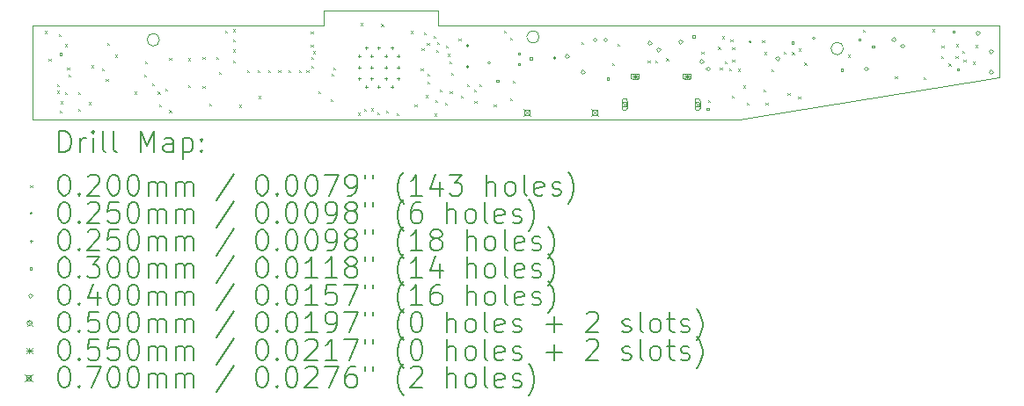
<source format=gbr>
%TF.GenerationSoftware,KiCad,Pcbnew,8.0.6*%
%TF.CreationDate,2024-11-20T18:33:52-05:00*%
%TF.ProjectId,OSSG_v0p5,4f535347-5f76-4307-9035-2e6b69636164,v0.4*%
%TF.SameCoordinates,Original*%
%TF.FileFunction,Drillmap*%
%TF.FilePolarity,Positive*%
%FSLAX45Y45*%
G04 Gerber Fmt 4.5, Leading zero omitted, Abs format (unit mm)*
G04 Created by KiCad (PCBNEW 8.0.6) date 2024-11-20 18:33:52*
%MOMM*%
%LPD*%
G01*
G04 APERTURE LIST*
%ADD10C,0.100000*%
%ADD11C,0.200000*%
G04 APERTURE END LIST*
D10*
X7920000Y-7635000D02*
G75*
G02*
X7800000Y-7635000I-60000J0D01*
G01*
X7800000Y-7635000D02*
G75*
G02*
X7920000Y-7635000I60000J0D01*
G01*
X6700000Y-8400000D02*
X6700000Y-7500000D01*
X6700000Y-7500000D02*
X9500000Y-7500000D01*
X10600000Y-7350000D02*
X10600000Y-7500000D01*
X14502500Y-7720000D02*
G75*
G02*
X14382500Y-7720000I-60000J0D01*
G01*
X14382500Y-7720000D02*
G75*
G02*
X14502500Y-7720000I60000J0D01*
G01*
X9500000Y-7350000D02*
X10600000Y-7350000D01*
X10600000Y-7500000D02*
X16000000Y-7500000D01*
X6700000Y-8400000D02*
X13500000Y-8400000D01*
X13500000Y-8400000D02*
X16000000Y-8000000D01*
X11575000Y-7607500D02*
G75*
G02*
X11455000Y-7607500I-60000J0D01*
G01*
X11455000Y-7607500D02*
G75*
G02*
X11575000Y-7607500I60000J0D01*
G01*
X16000000Y-8000000D02*
X16000000Y-7500000D01*
X9500000Y-7500000D02*
X9500000Y-7350000D01*
D11*
D10*
X6813750Y-7552000D02*
X6833750Y-7572000D01*
X6833750Y-7552000D02*
X6813750Y-7572000D01*
X6855000Y-7820000D02*
X6875000Y-7840000D01*
X6875000Y-7820000D02*
X6855000Y-7840000D01*
X6933000Y-8127000D02*
X6953000Y-8147000D01*
X6953000Y-8127000D02*
X6933000Y-8147000D01*
X6935000Y-8065000D02*
X6955000Y-8085000D01*
X6955000Y-8065000D02*
X6935000Y-8085000D01*
X6950000Y-7580000D02*
X6970000Y-7600000D01*
X6970000Y-7580000D02*
X6950000Y-7600000D01*
X6960000Y-8320000D02*
X6980000Y-8340000D01*
X6980000Y-8320000D02*
X6960000Y-8340000D01*
X6970000Y-8230000D02*
X6990000Y-8250000D01*
X6990000Y-8230000D02*
X6970000Y-8250000D01*
X7009575Y-7679575D02*
X7029575Y-7699575D01*
X7029575Y-7679575D02*
X7009575Y-7699575D01*
X7010000Y-8140000D02*
X7030000Y-8160000D01*
X7030000Y-8140000D02*
X7010000Y-8160000D01*
X7030000Y-7900000D02*
X7050000Y-7920000D01*
X7050000Y-7900000D02*
X7030000Y-7920000D01*
X7041785Y-7972933D02*
X7061785Y-7992933D01*
X7061785Y-7972933D02*
X7041785Y-7992933D01*
X7140000Y-8140000D02*
X7160000Y-8160000D01*
X7160000Y-8140000D02*
X7140000Y-8160000D01*
X7140000Y-8300000D02*
X7160000Y-8320000D01*
X7160000Y-8300000D02*
X7140000Y-8320000D01*
X7238750Y-8237000D02*
X7258750Y-8257000D01*
X7258750Y-8237000D02*
X7238750Y-8257000D01*
X7265000Y-7880000D02*
X7285000Y-7900000D01*
X7285000Y-7880000D02*
X7265000Y-7900000D01*
X7365000Y-7910000D02*
X7385000Y-7930000D01*
X7385000Y-7910000D02*
X7365000Y-7930000D01*
X7405000Y-8015000D02*
X7425000Y-8035000D01*
X7425000Y-8015000D02*
X7405000Y-8035000D01*
X7415000Y-7665000D02*
X7435000Y-7685000D01*
X7435000Y-7665000D02*
X7415000Y-7685000D01*
X7495000Y-7780000D02*
X7515000Y-7800000D01*
X7515000Y-7780000D02*
X7495000Y-7800000D01*
X7680000Y-8135000D02*
X7700000Y-8155000D01*
X7700000Y-8135000D02*
X7680000Y-8155000D01*
X7770000Y-7970000D02*
X7790000Y-7990000D01*
X7790000Y-7970000D02*
X7770000Y-7990000D01*
X7780000Y-7845000D02*
X7800000Y-7865000D01*
X7800000Y-7845000D02*
X7780000Y-7865000D01*
X7850000Y-8055000D02*
X7870000Y-8075000D01*
X7870000Y-8055000D02*
X7850000Y-8075000D01*
X7905000Y-8135000D02*
X7925000Y-8155000D01*
X7925000Y-8135000D02*
X7905000Y-8155000D01*
X7915000Y-8260000D02*
X7935000Y-8280000D01*
X7935000Y-8260000D02*
X7915000Y-8280000D01*
X7975000Y-8105000D02*
X7995000Y-8125000D01*
X7995000Y-8105000D02*
X7975000Y-8125000D01*
X8012450Y-8313508D02*
X8032450Y-8333508D01*
X8032450Y-8313508D02*
X8012450Y-8333508D01*
X8015000Y-7810000D02*
X8035000Y-7830000D01*
X8035000Y-7810000D02*
X8015000Y-7830000D01*
X8195000Y-7812550D02*
X8215000Y-7832550D01*
X8215000Y-7812550D02*
X8195000Y-7832550D01*
X8195000Y-8070000D02*
X8215000Y-8090000D01*
X8215000Y-8070000D02*
X8195000Y-8090000D01*
X8335000Y-7800000D02*
X8355000Y-7820000D01*
X8355000Y-7800000D02*
X8335000Y-7820000D01*
X8335000Y-8080000D02*
X8355000Y-8100000D01*
X8355000Y-8080000D02*
X8335000Y-8100000D01*
X8400000Y-8250000D02*
X8420000Y-8270000D01*
X8420000Y-8250000D02*
X8400000Y-8270000D01*
X8465000Y-7800000D02*
X8485000Y-7820000D01*
X8485000Y-7800000D02*
X8465000Y-7820000D01*
X8492500Y-7942500D02*
X8512500Y-7962500D01*
X8512500Y-7942500D02*
X8492500Y-7962500D01*
X8552500Y-7547500D02*
X8572500Y-7567500D01*
X8572500Y-7547500D02*
X8552500Y-7567500D01*
X8625000Y-7535000D02*
X8645000Y-7555000D01*
X8645000Y-7535000D02*
X8625000Y-7555000D01*
X8626247Y-7835000D02*
X8646247Y-7855000D01*
X8646247Y-7835000D02*
X8626247Y-7855000D01*
X8626598Y-7629547D02*
X8646598Y-7649547D01*
X8646598Y-7629547D02*
X8626598Y-7649547D01*
X8626935Y-7729589D02*
X8646935Y-7749589D01*
X8646935Y-7729589D02*
X8626935Y-7749589D01*
X8685000Y-8262550D02*
X8705000Y-8282550D01*
X8705000Y-8262550D02*
X8685000Y-8282550D01*
X8763356Y-7926642D02*
X8783356Y-7946642D01*
X8783356Y-7926642D02*
X8763356Y-7946642D01*
X8863735Y-7926642D02*
X8883735Y-7946642D01*
X8883735Y-7926642D02*
X8863735Y-7946642D01*
X8875000Y-8177550D02*
X8895000Y-8197550D01*
X8895000Y-8177550D02*
X8875000Y-8197550D01*
X8963777Y-7926642D02*
X8983777Y-7946642D01*
X8983777Y-7926642D02*
X8963777Y-7946642D01*
X9062458Y-7925685D02*
X9082458Y-7945685D01*
X9082458Y-7925685D02*
X9062458Y-7945685D01*
X9162500Y-7926022D02*
X9182500Y-7946022D01*
X9182500Y-7926022D02*
X9162500Y-7946022D01*
X9262879Y-7926022D02*
X9282879Y-7946022D01*
X9282879Y-7926022D02*
X9262879Y-7946022D01*
X9335833Y-7926420D02*
X9355833Y-7946420D01*
X9355833Y-7926420D02*
X9335833Y-7946420D01*
X9376247Y-7555000D02*
X9396247Y-7575000D01*
X9396247Y-7555000D02*
X9376247Y-7575000D01*
X9377356Y-7679950D02*
X9397356Y-7699950D01*
X9397356Y-7679950D02*
X9377356Y-7699950D01*
X9378747Y-7802500D02*
X9398747Y-7822500D01*
X9398747Y-7802500D02*
X9378747Y-7822500D01*
X9381104Y-7884950D02*
X9401104Y-7904950D01*
X9401104Y-7884950D02*
X9381104Y-7904950D01*
X9400000Y-7745000D02*
X9420000Y-7765000D01*
X9420000Y-7745000D02*
X9400000Y-7765000D01*
X9450000Y-8130000D02*
X9470000Y-8150000D01*
X9470000Y-8130000D02*
X9450000Y-8150000D01*
X9565000Y-8205000D02*
X9585000Y-8225000D01*
X9585000Y-8205000D02*
X9565000Y-8225000D01*
X9575000Y-7962500D02*
X9595000Y-7982500D01*
X9595000Y-7962500D02*
X9575000Y-7982500D01*
X9590000Y-7905000D02*
X9610000Y-7925000D01*
X9610000Y-7905000D02*
X9590000Y-7925000D01*
X9830000Y-8340000D02*
X9850000Y-8360000D01*
X9850000Y-8340000D02*
X9830000Y-8360000D01*
X9857500Y-7475000D02*
X9877500Y-7495000D01*
X9877500Y-7475000D02*
X9857500Y-7495000D01*
X9890225Y-8302720D02*
X9910225Y-8322720D01*
X9910225Y-8302720D02*
X9890225Y-8322720D01*
X9955000Y-8297500D02*
X9975000Y-8317500D01*
X9975000Y-8297500D02*
X9955000Y-8317500D01*
X10015000Y-8335000D02*
X10035000Y-8355000D01*
X10035000Y-8335000D02*
X10015000Y-8355000D01*
X10055000Y-7482500D02*
X10075000Y-7502500D01*
X10075000Y-7482500D02*
X10055000Y-7502500D01*
X10100000Y-8317500D02*
X10120000Y-8337500D01*
X10120000Y-8317500D02*
X10100000Y-8337500D01*
X10200000Y-8345000D02*
X10220000Y-8365000D01*
X10220000Y-8345000D02*
X10200000Y-8365000D01*
X10340000Y-7550000D02*
X10360000Y-7570000D01*
X10360000Y-7550000D02*
X10340000Y-7570000D01*
X10375000Y-8257500D02*
X10395000Y-8277500D01*
X10395000Y-8257500D02*
X10375000Y-8277500D01*
X10434131Y-7910503D02*
X10454131Y-7930503D01*
X10454131Y-7910503D02*
X10434131Y-7930503D01*
X10444131Y-7715503D02*
X10464131Y-7735503D01*
X10464131Y-7715503D02*
X10444131Y-7735503D01*
X10464131Y-7565503D02*
X10484131Y-7585503D01*
X10484131Y-7565503D02*
X10464131Y-7585503D01*
X10479131Y-8170503D02*
X10499131Y-8190503D01*
X10499131Y-8170503D02*
X10479131Y-8190503D01*
X10494131Y-7665503D02*
X10514131Y-7685503D01*
X10514131Y-7665503D02*
X10494131Y-7685503D01*
X10499131Y-7960503D02*
X10519131Y-7980503D01*
X10519131Y-7960503D02*
X10499131Y-7980503D01*
X10500000Y-8040000D02*
X10520000Y-8060000D01*
X10520000Y-8040000D02*
X10500000Y-8060000D01*
X10559131Y-7600503D02*
X10579131Y-7620503D01*
X10579131Y-7600503D02*
X10559131Y-7620503D01*
X10568130Y-8346165D02*
X10588130Y-8366165D01*
X10588130Y-8346165D02*
X10568130Y-8366165D01*
X10575000Y-8215000D02*
X10595000Y-8235000D01*
X10595000Y-8215000D02*
X10575000Y-8235000D01*
X10585000Y-7735000D02*
X10605000Y-7755000D01*
X10605000Y-7735000D02*
X10585000Y-7755000D01*
X10590000Y-7655000D02*
X10610000Y-7675000D01*
X10610000Y-7655000D02*
X10590000Y-7675000D01*
X10616402Y-8114491D02*
X10636402Y-8134491D01*
X10636402Y-8114491D02*
X10616402Y-8134491D01*
X10666762Y-8240988D02*
X10686762Y-8260988D01*
X10686762Y-8240988D02*
X10666762Y-8260988D01*
X10675000Y-7690000D02*
X10695000Y-7710000D01*
X10695000Y-7690000D02*
X10675000Y-7710000D01*
X10692293Y-7770046D02*
X10712293Y-7790046D01*
X10712293Y-7770046D02*
X10692293Y-7790046D01*
X10710336Y-7843904D02*
X10730336Y-7863904D01*
X10730336Y-7843904D02*
X10710336Y-7863904D01*
X10715000Y-8130000D02*
X10735000Y-8150000D01*
X10735000Y-8130000D02*
X10715000Y-8150000D01*
X10725000Y-7955000D02*
X10745000Y-7975000D01*
X10745000Y-7955000D02*
X10725000Y-7975000D01*
X10800374Y-7623843D02*
X10820374Y-7643843D01*
X10820374Y-7623843D02*
X10800374Y-7643843D01*
X10818207Y-8172366D02*
X10838207Y-8192366D01*
X10838207Y-8172366D02*
X10818207Y-8192366D01*
X10881380Y-8064423D02*
X10901380Y-8084423D01*
X10901380Y-8064423D02*
X10881380Y-8084423D01*
X10946170Y-8114788D02*
X10966170Y-8134788D01*
X10966170Y-8114788D02*
X10946170Y-8134788D01*
X10950260Y-8224728D02*
X10970260Y-8244728D01*
X10970260Y-8224728D02*
X10950260Y-8244728D01*
X10995667Y-8065291D02*
X11015667Y-8085291D01*
X11015667Y-8065291D02*
X10995667Y-8085291D01*
X11137626Y-8260572D02*
X11157626Y-8280572D01*
X11157626Y-8260572D02*
X11137626Y-8280572D01*
X11235000Y-7545000D02*
X11255000Y-7565000D01*
X11255000Y-7545000D02*
X11235000Y-7565000D01*
X11295000Y-7615000D02*
X11315000Y-7635000D01*
X11315000Y-7615000D02*
X11295000Y-7635000D01*
X11296251Y-8196643D02*
X11316251Y-8216643D01*
X11316251Y-8196643D02*
X11296251Y-8216643D01*
X11320000Y-8030000D02*
X11340000Y-8050000D01*
X11340000Y-8030000D02*
X11320000Y-8050000D01*
X11977967Y-7655673D02*
X11997967Y-7675673D01*
X11997967Y-7655673D02*
X11977967Y-7675673D01*
X12276546Y-7861373D02*
X12296546Y-7881373D01*
X12296546Y-7861373D02*
X12276546Y-7881373D01*
X12328039Y-7676455D02*
X12348039Y-7696455D01*
X12348039Y-7676455D02*
X12328039Y-7696455D01*
X12619871Y-7836309D02*
X12639871Y-7856309D01*
X12639871Y-7836309D02*
X12619871Y-7856309D01*
X12689871Y-7836309D02*
X12709871Y-7856309D01*
X12709871Y-7836309D02*
X12689871Y-7856309D01*
X12797332Y-7813850D02*
X12817332Y-7833850D01*
X12817332Y-7813850D02*
X12797332Y-7833850D01*
X13135366Y-7752263D02*
X13155366Y-7772263D01*
X13155366Y-7752263D02*
X13135366Y-7772263D01*
X13198381Y-8214331D02*
X13218381Y-8234331D01*
X13218381Y-8214331D02*
X13198381Y-8234331D01*
X13297335Y-7702701D02*
X13317335Y-7722701D01*
X13317335Y-7702701D02*
X13297335Y-7722701D01*
X13312505Y-7902815D02*
X13332505Y-7922815D01*
X13332505Y-7902815D02*
X13312505Y-7922815D01*
X13337154Y-7602018D02*
X13357154Y-7622018D01*
X13357154Y-7602018D02*
X13337154Y-7622018D01*
X13362789Y-7842767D02*
X13382789Y-7862767D01*
X13382789Y-7842767D02*
X13362789Y-7862767D01*
X13401403Y-7911088D02*
X13421403Y-7931088D01*
X13421403Y-7911088D02*
X13401403Y-7931088D01*
X13415681Y-7631279D02*
X13435681Y-7651279D01*
X13435681Y-7631279D02*
X13415681Y-7651279D01*
X13428114Y-8174304D02*
X13448114Y-8194304D01*
X13448114Y-8174304D02*
X13428114Y-8194304D01*
X13432487Y-7705505D02*
X13452487Y-7725505D01*
X13452487Y-7705505D02*
X13432487Y-7725505D01*
X13433482Y-7827966D02*
X13453482Y-7847966D01*
X13453482Y-7827966D02*
X13433482Y-7847966D01*
X13485955Y-7915327D02*
X13505955Y-7935327D01*
X13505955Y-7915327D02*
X13485955Y-7935327D01*
X13537080Y-8076854D02*
X13557080Y-8096854D01*
X13557080Y-8076854D02*
X13537080Y-8096854D01*
X13571013Y-8241020D02*
X13591013Y-8261020D01*
X13591013Y-8241020D02*
X13571013Y-8261020D01*
X13720530Y-7642573D02*
X13740530Y-7662573D01*
X13740530Y-7642573D02*
X13720530Y-7662573D01*
X13730510Y-8114336D02*
X13750510Y-8134336D01*
X13750510Y-8114336D02*
X13730510Y-8134336D01*
X13741517Y-7755370D02*
X13761517Y-7775370D01*
X13761517Y-7755370D02*
X13741517Y-7775370D01*
X13753510Y-8240058D02*
X13773510Y-8260058D01*
X13773510Y-8240058D02*
X13753510Y-8260058D01*
X13808899Y-7919124D02*
X13828899Y-7939124D01*
X13828899Y-7919124D02*
X13808899Y-7939124D01*
X13926277Y-7748069D02*
X13946277Y-7768069D01*
X13946277Y-7748069D02*
X13926277Y-7768069D01*
X13966468Y-8149259D02*
X13986468Y-8169259D01*
X13986468Y-8149259D02*
X13966468Y-8169259D01*
X14007483Y-7753496D02*
X14027483Y-7773496D01*
X14027483Y-7753496D02*
X14007483Y-7773496D01*
X14067277Y-8180879D02*
X14087277Y-8200879D01*
X14087277Y-8180879D02*
X14067277Y-8200879D01*
X14069327Y-7719291D02*
X14089327Y-7739291D01*
X14089327Y-7719291D02*
X14069327Y-7739291D01*
X14126986Y-7855011D02*
X14146986Y-7875011D01*
X14146986Y-7855011D02*
X14126986Y-7875011D01*
X14544138Y-7780933D02*
X14564138Y-7800933D01*
X14564138Y-7780933D02*
X14544138Y-7800933D01*
X14689487Y-7539985D02*
X14709487Y-7559985D01*
X14709487Y-7539985D02*
X14689487Y-7559985D01*
X14997704Y-7985856D02*
X15017704Y-8005856D01*
X15017704Y-7985856D02*
X14997704Y-8005856D01*
X15276086Y-7996222D02*
X15296086Y-8016222D01*
X15296086Y-7996222D02*
X15276086Y-8016222D01*
X15355859Y-7533270D02*
X15375859Y-7553270D01*
X15375859Y-7533270D02*
X15355859Y-7553270D01*
X15445724Y-7790157D02*
X15465724Y-7810157D01*
X15465724Y-7790157D02*
X15445724Y-7810157D01*
X15447291Y-7688727D02*
X15467291Y-7708727D01*
X15467291Y-7688727D02*
X15447291Y-7708727D01*
X15516395Y-7863580D02*
X15536395Y-7883580D01*
X15536395Y-7863580D02*
X15516395Y-7883580D01*
X15582712Y-7792374D02*
X15602712Y-7812374D01*
X15602712Y-7792374D02*
X15582712Y-7812374D01*
X15587542Y-7678578D02*
X15607542Y-7698578D01*
X15607542Y-7678578D02*
X15587542Y-7698578D01*
X15645172Y-7740738D02*
X15665172Y-7760738D01*
X15665172Y-7740738D02*
X15645172Y-7760738D01*
X15658482Y-7828643D02*
X15678482Y-7848643D01*
X15678482Y-7828643D02*
X15658482Y-7848643D01*
X15746582Y-7846735D02*
X15766582Y-7866735D01*
X15766582Y-7846735D02*
X15746582Y-7866735D01*
X15775954Y-7687113D02*
X15795954Y-7707113D01*
X15795954Y-7687113D02*
X15775954Y-7707113D01*
X10898216Y-7696076D02*
G75*
G02*
X10873216Y-7696076I-12500J0D01*
G01*
X10873216Y-7696076D02*
G75*
G02*
X10898216Y-7696076I12500J0D01*
G01*
X10898865Y-7894543D02*
G75*
G02*
X10873865Y-7894543I-12500J0D01*
G01*
X10873865Y-7894543D02*
G75*
G02*
X10898865Y-7894543I12500J0D01*
G01*
X11102470Y-7856952D02*
G75*
G02*
X11077470Y-7856952I-12500J0D01*
G01*
X11077470Y-7856952D02*
G75*
G02*
X11102470Y-7856952I12500J0D01*
G01*
X11735901Y-7814662D02*
G75*
G02*
X11710901Y-7814662I-12500J0D01*
G01*
X11710901Y-7814662D02*
G75*
G02*
X11735901Y-7814662I12500J0D01*
G01*
X13618651Y-7657522D02*
G75*
G02*
X13593651Y-7657522I-12500J0D01*
G01*
X13593651Y-7657522D02*
G75*
G02*
X13618651Y-7657522I12500J0D01*
G01*
X14229854Y-7623988D02*
G75*
G02*
X14204854Y-7623988I-12500J0D01*
G01*
X14204854Y-7623988D02*
G75*
G02*
X14229854Y-7623988I12500J0D01*
G01*
X9840000Y-7777500D02*
X9840000Y-7802500D01*
X9827500Y-7790000D02*
X9852500Y-7790000D01*
X9840000Y-7887500D02*
X9840000Y-7912500D01*
X9827500Y-7900000D02*
X9852500Y-7900000D01*
X9840000Y-7997500D02*
X9840000Y-8022500D01*
X9827500Y-8010000D02*
X9852500Y-8010000D01*
X9910000Y-7697500D02*
X9910000Y-7722500D01*
X9897500Y-7710000D02*
X9922500Y-7710000D01*
X9910000Y-8077500D02*
X9910000Y-8102500D01*
X9897500Y-8090000D02*
X9922500Y-8090000D01*
X9960000Y-7777500D02*
X9960000Y-7802500D01*
X9947500Y-7790000D02*
X9972500Y-7790000D01*
X9960000Y-7887500D02*
X9960000Y-7912500D01*
X9947500Y-7900000D02*
X9972500Y-7900000D01*
X9960000Y-7997500D02*
X9960000Y-8022500D01*
X9947500Y-8010000D02*
X9972500Y-8010000D01*
X10030000Y-7697500D02*
X10030000Y-7722500D01*
X10017500Y-7710000D02*
X10042500Y-7710000D01*
X10030000Y-8077500D02*
X10030000Y-8102500D01*
X10017500Y-8090000D02*
X10042500Y-8090000D01*
X10100000Y-7777500D02*
X10100000Y-7802500D01*
X10087500Y-7790000D02*
X10112500Y-7790000D01*
X10100000Y-7887500D02*
X10100000Y-7912500D01*
X10087500Y-7900000D02*
X10112500Y-7900000D01*
X10100000Y-7997500D02*
X10100000Y-8022500D01*
X10087500Y-8010000D02*
X10112500Y-8010000D01*
X10160000Y-7697500D02*
X10160000Y-7722500D01*
X10147500Y-7710000D02*
X10172500Y-7710000D01*
X10160000Y-8077500D02*
X10160000Y-8102500D01*
X10147500Y-8090000D02*
X10172500Y-8090000D01*
X10220000Y-7777500D02*
X10220000Y-7802500D01*
X10207500Y-7790000D02*
X10232500Y-7790000D01*
X10220000Y-7887500D02*
X10220000Y-7912500D01*
X10207500Y-7900000D02*
X10232500Y-7900000D01*
X10220000Y-7997500D02*
X10220000Y-8022500D01*
X10207500Y-8010000D02*
X10232500Y-8010000D01*
X6980607Y-7785607D02*
X6980607Y-7764393D01*
X6959393Y-7764393D01*
X6959393Y-7785607D01*
X6980607Y-7785607D01*
X11183479Y-8043442D02*
X11183479Y-8022228D01*
X11162266Y-8022228D01*
X11162266Y-8043442D01*
X11183479Y-8043442D01*
X11390607Y-7780607D02*
X11390607Y-7759393D01*
X11369393Y-7759393D01*
X11369393Y-7780607D01*
X11390607Y-7780607D01*
X11390607Y-7880607D02*
X11390607Y-7859393D01*
X11369393Y-7859393D01*
X11369393Y-7880607D01*
X11390607Y-7880607D01*
X11505607Y-7825607D02*
X11505607Y-7804393D01*
X11484393Y-7804393D01*
X11484393Y-7825607D01*
X11505607Y-7825607D01*
X12244445Y-8019840D02*
X12244445Y-7998627D01*
X12223231Y-7998627D01*
X12223231Y-8019840D01*
X12244445Y-8019840D01*
X13070818Y-7613755D02*
X13070818Y-7592541D01*
X13049605Y-7592541D01*
X13049605Y-7613755D01*
X13070818Y-7613755D01*
X13207883Y-8313226D02*
X13207883Y-8292012D01*
X13186669Y-8292012D01*
X13186669Y-8313226D01*
X13207883Y-8313226D01*
X14025977Y-7671495D02*
X14025977Y-7650281D01*
X14004764Y-7650281D01*
X14004764Y-7671495D01*
X14025977Y-7671495D01*
X14496846Y-7937579D02*
X14496846Y-7916365D01*
X14475632Y-7916365D01*
X14475632Y-7937579D01*
X14496846Y-7937579D01*
X14666714Y-7644206D02*
X14666714Y-7622992D01*
X14645500Y-7622992D01*
X14645500Y-7644206D01*
X14666714Y-7644206D01*
X14797678Y-7712889D02*
X14797678Y-7691676D01*
X14776465Y-7691676D01*
X14776465Y-7712889D01*
X14797678Y-7712889D01*
X15574378Y-7566306D02*
X15574378Y-7545092D01*
X15553164Y-7545092D01*
X15553164Y-7566306D01*
X15574378Y-7566306D01*
X15616651Y-7931549D02*
X15616651Y-7910335D01*
X15595437Y-7910335D01*
X15595437Y-7931549D01*
X15616651Y-7931549D01*
X11839498Y-7811967D02*
X11859498Y-7791967D01*
X11839498Y-7771967D01*
X11819498Y-7791967D01*
X11839498Y-7811967D01*
X11993359Y-7964423D02*
X12013359Y-7944423D01*
X11993359Y-7924423D01*
X11973359Y-7944423D01*
X11993359Y-7964423D01*
X12108851Y-7653458D02*
X12128851Y-7633458D01*
X12108851Y-7613458D01*
X12088851Y-7633458D01*
X12108851Y-7653458D01*
X12210236Y-7652381D02*
X12230236Y-7632381D01*
X12210236Y-7612381D01*
X12190236Y-7632381D01*
X12210236Y-7652381D01*
X12636080Y-7684386D02*
X12656080Y-7664386D01*
X12636080Y-7644386D01*
X12616080Y-7664386D01*
X12636080Y-7684386D01*
X12722411Y-7747848D02*
X12742411Y-7727848D01*
X12722411Y-7707848D01*
X12702411Y-7727848D01*
X12722411Y-7747848D01*
X12933299Y-7674386D02*
X12953299Y-7654386D01*
X12933299Y-7634386D01*
X12913299Y-7654386D01*
X12933299Y-7674386D01*
X13135665Y-7862965D02*
X13155665Y-7842965D01*
X13135665Y-7822965D01*
X13115665Y-7842965D01*
X13135665Y-7862965D01*
X13196997Y-7933549D02*
X13216997Y-7913549D01*
X13196997Y-7893549D01*
X13176997Y-7913549D01*
X13196997Y-7933549D01*
X13867405Y-7833738D02*
X13887405Y-7813738D01*
X13867405Y-7793738D01*
X13847405Y-7813738D01*
X13867405Y-7833738D01*
X14718775Y-7931944D02*
X14738775Y-7911944D01*
X14718775Y-7891944D01*
X14698775Y-7911944D01*
X14718775Y-7931944D01*
X14985366Y-7651446D02*
X15005366Y-7631446D01*
X14985366Y-7611446D01*
X14965366Y-7631446D01*
X14985366Y-7651446D01*
X15070020Y-7711453D02*
X15090020Y-7691453D01*
X15070020Y-7671453D01*
X15050020Y-7691453D01*
X15070020Y-7711453D01*
X15795826Y-7589408D02*
X15815826Y-7569408D01*
X15795826Y-7549408D01*
X15775826Y-7569408D01*
X15795826Y-7589408D01*
X15920694Y-7963006D02*
X15940694Y-7943006D01*
X15920694Y-7923006D01*
X15900694Y-7943006D01*
X15920694Y-7963006D01*
X15922290Y-7766430D02*
X15942290Y-7746430D01*
X15922290Y-7726430D01*
X15902290Y-7746430D01*
X15922290Y-7766430D01*
X12372911Y-8234074D02*
X12422911Y-8284074D01*
X12422911Y-8234074D02*
X12372911Y-8284074D01*
X12422911Y-8259074D02*
G75*
G02*
X12372911Y-8259074I-25000J0D01*
G01*
X12372911Y-8259074D02*
G75*
G02*
X12422911Y-8259074I25000J0D01*
G01*
X12372911Y-8226574D02*
X12372911Y-8291574D01*
X12422911Y-8291574D02*
G75*
G02*
X12372911Y-8291574I-25000J0D01*
G01*
X12422911Y-8291574D02*
X12422911Y-8226574D01*
X12422911Y-8226574D02*
G75*
G03*
X12372911Y-8226574I-25000J0D01*
G01*
X13072911Y-8234074D02*
X13122911Y-8284074D01*
X13122911Y-8234074D02*
X13072911Y-8284074D01*
X13122911Y-8259074D02*
G75*
G02*
X13072911Y-8259074I-25000J0D01*
G01*
X13072911Y-8259074D02*
G75*
G02*
X13122911Y-8259074I25000J0D01*
G01*
X13072911Y-8226574D02*
X13072911Y-8291574D01*
X13122911Y-8291574D02*
G75*
G02*
X13072911Y-8291574I-25000J0D01*
G01*
X13122911Y-8291574D02*
X13122911Y-8226574D01*
X13122911Y-8226574D02*
G75*
G03*
X13072911Y-8226574I-25000J0D01*
G01*
X12470411Y-7961574D02*
X12525411Y-8016574D01*
X12525411Y-7961574D02*
X12470411Y-8016574D01*
X12497911Y-7961574D02*
X12497911Y-8016574D01*
X12470411Y-7989074D02*
X12525411Y-7989074D01*
X12482911Y-8016574D02*
X12512911Y-8016574D01*
X12512911Y-7961574D02*
G75*
G02*
X12512911Y-8016574I0J-27500D01*
G01*
X12512911Y-7961574D02*
X12482911Y-7961574D01*
X12482911Y-7961574D02*
G75*
G03*
X12482911Y-8016574I0J-27500D01*
G01*
X12970411Y-7961574D02*
X13025411Y-8016574D01*
X13025411Y-7961574D02*
X12970411Y-8016574D01*
X12997911Y-7961574D02*
X12997911Y-8016574D01*
X12970411Y-7989074D02*
X13025411Y-7989074D01*
X12982911Y-8016574D02*
X13012911Y-8016574D01*
X13012911Y-7961574D02*
G75*
G02*
X13012911Y-8016574I0J-27500D01*
G01*
X13012911Y-7961574D02*
X12982911Y-7961574D01*
X12982911Y-7961574D02*
G75*
G03*
X12982911Y-8016574I0J-27500D01*
G01*
X11421884Y-8302687D02*
X11491884Y-8372687D01*
X11491884Y-8302687D02*
X11421884Y-8372687D01*
X11481633Y-8362436D02*
X11481633Y-8312938D01*
X11432135Y-8312938D01*
X11432135Y-8362436D01*
X11481633Y-8362436D01*
X12073884Y-8303687D02*
X12143884Y-8373687D01*
X12143884Y-8303687D02*
X12073884Y-8373687D01*
X12133633Y-8363436D02*
X12133633Y-8313938D01*
X12084135Y-8313938D01*
X12084135Y-8363436D01*
X12133633Y-8363436D01*
D11*
X6955777Y-8716484D02*
X6955777Y-8516484D01*
X6955777Y-8516484D02*
X7003396Y-8516484D01*
X7003396Y-8516484D02*
X7031967Y-8526008D01*
X7031967Y-8526008D02*
X7051015Y-8545055D01*
X7051015Y-8545055D02*
X7060539Y-8564103D01*
X7060539Y-8564103D02*
X7070062Y-8602198D01*
X7070062Y-8602198D02*
X7070062Y-8630770D01*
X7070062Y-8630770D02*
X7060539Y-8668865D01*
X7060539Y-8668865D02*
X7051015Y-8687912D01*
X7051015Y-8687912D02*
X7031967Y-8706960D01*
X7031967Y-8706960D02*
X7003396Y-8716484D01*
X7003396Y-8716484D02*
X6955777Y-8716484D01*
X7155777Y-8716484D02*
X7155777Y-8583150D01*
X7155777Y-8621246D02*
X7165301Y-8602198D01*
X7165301Y-8602198D02*
X7174824Y-8592674D01*
X7174824Y-8592674D02*
X7193872Y-8583150D01*
X7193872Y-8583150D02*
X7212920Y-8583150D01*
X7279586Y-8716484D02*
X7279586Y-8583150D01*
X7279586Y-8516484D02*
X7270062Y-8526008D01*
X7270062Y-8526008D02*
X7279586Y-8535531D01*
X7279586Y-8535531D02*
X7289110Y-8526008D01*
X7289110Y-8526008D02*
X7279586Y-8516484D01*
X7279586Y-8516484D02*
X7279586Y-8535531D01*
X7403396Y-8716484D02*
X7384348Y-8706960D01*
X7384348Y-8706960D02*
X7374824Y-8687912D01*
X7374824Y-8687912D02*
X7374824Y-8516484D01*
X7508158Y-8716484D02*
X7489110Y-8706960D01*
X7489110Y-8706960D02*
X7479586Y-8687912D01*
X7479586Y-8687912D02*
X7479586Y-8516484D01*
X7736729Y-8716484D02*
X7736729Y-8516484D01*
X7736729Y-8516484D02*
X7803396Y-8659341D01*
X7803396Y-8659341D02*
X7870062Y-8516484D01*
X7870062Y-8516484D02*
X7870062Y-8716484D01*
X8051015Y-8716484D02*
X8051015Y-8611722D01*
X8051015Y-8611722D02*
X8041491Y-8592674D01*
X8041491Y-8592674D02*
X8022443Y-8583150D01*
X8022443Y-8583150D02*
X7984348Y-8583150D01*
X7984348Y-8583150D02*
X7965301Y-8592674D01*
X8051015Y-8706960D02*
X8031967Y-8716484D01*
X8031967Y-8716484D02*
X7984348Y-8716484D01*
X7984348Y-8716484D02*
X7965301Y-8706960D01*
X7965301Y-8706960D02*
X7955777Y-8687912D01*
X7955777Y-8687912D02*
X7955777Y-8668865D01*
X7955777Y-8668865D02*
X7965301Y-8649817D01*
X7965301Y-8649817D02*
X7984348Y-8640293D01*
X7984348Y-8640293D02*
X8031967Y-8640293D01*
X8031967Y-8640293D02*
X8051015Y-8630770D01*
X8146253Y-8583150D02*
X8146253Y-8783150D01*
X8146253Y-8592674D02*
X8165301Y-8583150D01*
X8165301Y-8583150D02*
X8203396Y-8583150D01*
X8203396Y-8583150D02*
X8222443Y-8592674D01*
X8222443Y-8592674D02*
X8231967Y-8602198D01*
X8231967Y-8602198D02*
X8241491Y-8621246D01*
X8241491Y-8621246D02*
X8241491Y-8678389D01*
X8241491Y-8678389D02*
X8231967Y-8697436D01*
X8231967Y-8697436D02*
X8222443Y-8706960D01*
X8222443Y-8706960D02*
X8203396Y-8716484D01*
X8203396Y-8716484D02*
X8165301Y-8716484D01*
X8165301Y-8716484D02*
X8146253Y-8706960D01*
X8327205Y-8697436D02*
X8336729Y-8706960D01*
X8336729Y-8706960D02*
X8327205Y-8716484D01*
X8327205Y-8716484D02*
X8317682Y-8706960D01*
X8317682Y-8706960D02*
X8327205Y-8697436D01*
X8327205Y-8697436D02*
X8327205Y-8716484D01*
X8327205Y-8592674D02*
X8336729Y-8602198D01*
X8336729Y-8602198D02*
X8327205Y-8611722D01*
X8327205Y-8611722D02*
X8317682Y-8602198D01*
X8317682Y-8602198D02*
X8327205Y-8592674D01*
X8327205Y-8592674D02*
X8327205Y-8611722D01*
D10*
X6675000Y-9035000D02*
X6695000Y-9055000D01*
X6695000Y-9035000D02*
X6675000Y-9055000D01*
D11*
X6993872Y-8936484D02*
X7012920Y-8936484D01*
X7012920Y-8936484D02*
X7031967Y-8946008D01*
X7031967Y-8946008D02*
X7041491Y-8955531D01*
X7041491Y-8955531D02*
X7051015Y-8974579D01*
X7051015Y-8974579D02*
X7060539Y-9012674D01*
X7060539Y-9012674D02*
X7060539Y-9060293D01*
X7060539Y-9060293D02*
X7051015Y-9098389D01*
X7051015Y-9098389D02*
X7041491Y-9117436D01*
X7041491Y-9117436D02*
X7031967Y-9126960D01*
X7031967Y-9126960D02*
X7012920Y-9136484D01*
X7012920Y-9136484D02*
X6993872Y-9136484D01*
X6993872Y-9136484D02*
X6974824Y-9126960D01*
X6974824Y-9126960D02*
X6965301Y-9117436D01*
X6965301Y-9117436D02*
X6955777Y-9098389D01*
X6955777Y-9098389D02*
X6946253Y-9060293D01*
X6946253Y-9060293D02*
X6946253Y-9012674D01*
X6946253Y-9012674D02*
X6955777Y-8974579D01*
X6955777Y-8974579D02*
X6965301Y-8955531D01*
X6965301Y-8955531D02*
X6974824Y-8946008D01*
X6974824Y-8946008D02*
X6993872Y-8936484D01*
X7146253Y-9117436D02*
X7155777Y-9126960D01*
X7155777Y-9126960D02*
X7146253Y-9136484D01*
X7146253Y-9136484D02*
X7136729Y-9126960D01*
X7136729Y-9126960D02*
X7146253Y-9117436D01*
X7146253Y-9117436D02*
X7146253Y-9136484D01*
X7231967Y-8955531D02*
X7241491Y-8946008D01*
X7241491Y-8946008D02*
X7260539Y-8936484D01*
X7260539Y-8936484D02*
X7308158Y-8936484D01*
X7308158Y-8936484D02*
X7327205Y-8946008D01*
X7327205Y-8946008D02*
X7336729Y-8955531D01*
X7336729Y-8955531D02*
X7346253Y-8974579D01*
X7346253Y-8974579D02*
X7346253Y-8993627D01*
X7346253Y-8993627D02*
X7336729Y-9022198D01*
X7336729Y-9022198D02*
X7222443Y-9136484D01*
X7222443Y-9136484D02*
X7346253Y-9136484D01*
X7470062Y-8936484D02*
X7489110Y-8936484D01*
X7489110Y-8936484D02*
X7508158Y-8946008D01*
X7508158Y-8946008D02*
X7517682Y-8955531D01*
X7517682Y-8955531D02*
X7527205Y-8974579D01*
X7527205Y-8974579D02*
X7536729Y-9012674D01*
X7536729Y-9012674D02*
X7536729Y-9060293D01*
X7536729Y-9060293D02*
X7527205Y-9098389D01*
X7527205Y-9098389D02*
X7517682Y-9117436D01*
X7517682Y-9117436D02*
X7508158Y-9126960D01*
X7508158Y-9126960D02*
X7489110Y-9136484D01*
X7489110Y-9136484D02*
X7470062Y-9136484D01*
X7470062Y-9136484D02*
X7451015Y-9126960D01*
X7451015Y-9126960D02*
X7441491Y-9117436D01*
X7441491Y-9117436D02*
X7431967Y-9098389D01*
X7431967Y-9098389D02*
X7422443Y-9060293D01*
X7422443Y-9060293D02*
X7422443Y-9012674D01*
X7422443Y-9012674D02*
X7431967Y-8974579D01*
X7431967Y-8974579D02*
X7441491Y-8955531D01*
X7441491Y-8955531D02*
X7451015Y-8946008D01*
X7451015Y-8946008D02*
X7470062Y-8936484D01*
X7660539Y-8936484D02*
X7679586Y-8936484D01*
X7679586Y-8936484D02*
X7698634Y-8946008D01*
X7698634Y-8946008D02*
X7708158Y-8955531D01*
X7708158Y-8955531D02*
X7717682Y-8974579D01*
X7717682Y-8974579D02*
X7727205Y-9012674D01*
X7727205Y-9012674D02*
X7727205Y-9060293D01*
X7727205Y-9060293D02*
X7717682Y-9098389D01*
X7717682Y-9098389D02*
X7708158Y-9117436D01*
X7708158Y-9117436D02*
X7698634Y-9126960D01*
X7698634Y-9126960D02*
X7679586Y-9136484D01*
X7679586Y-9136484D02*
X7660539Y-9136484D01*
X7660539Y-9136484D02*
X7641491Y-9126960D01*
X7641491Y-9126960D02*
X7631967Y-9117436D01*
X7631967Y-9117436D02*
X7622443Y-9098389D01*
X7622443Y-9098389D02*
X7612920Y-9060293D01*
X7612920Y-9060293D02*
X7612920Y-9012674D01*
X7612920Y-9012674D02*
X7622443Y-8974579D01*
X7622443Y-8974579D02*
X7631967Y-8955531D01*
X7631967Y-8955531D02*
X7641491Y-8946008D01*
X7641491Y-8946008D02*
X7660539Y-8936484D01*
X7812920Y-9136484D02*
X7812920Y-9003150D01*
X7812920Y-9022198D02*
X7822443Y-9012674D01*
X7822443Y-9012674D02*
X7841491Y-9003150D01*
X7841491Y-9003150D02*
X7870063Y-9003150D01*
X7870063Y-9003150D02*
X7889110Y-9012674D01*
X7889110Y-9012674D02*
X7898634Y-9031722D01*
X7898634Y-9031722D02*
X7898634Y-9136484D01*
X7898634Y-9031722D02*
X7908158Y-9012674D01*
X7908158Y-9012674D02*
X7927205Y-9003150D01*
X7927205Y-9003150D02*
X7955777Y-9003150D01*
X7955777Y-9003150D02*
X7974824Y-9012674D01*
X7974824Y-9012674D02*
X7984348Y-9031722D01*
X7984348Y-9031722D02*
X7984348Y-9136484D01*
X8079586Y-9136484D02*
X8079586Y-9003150D01*
X8079586Y-9022198D02*
X8089110Y-9012674D01*
X8089110Y-9012674D02*
X8108158Y-9003150D01*
X8108158Y-9003150D02*
X8136729Y-9003150D01*
X8136729Y-9003150D02*
X8155777Y-9012674D01*
X8155777Y-9012674D02*
X8165301Y-9031722D01*
X8165301Y-9031722D02*
X8165301Y-9136484D01*
X8165301Y-9031722D02*
X8174824Y-9012674D01*
X8174824Y-9012674D02*
X8193872Y-9003150D01*
X8193872Y-9003150D02*
X8222443Y-9003150D01*
X8222443Y-9003150D02*
X8241491Y-9012674D01*
X8241491Y-9012674D02*
X8251015Y-9031722D01*
X8251015Y-9031722D02*
X8251015Y-9136484D01*
X8641491Y-8926960D02*
X8470063Y-9184103D01*
X8898634Y-8936484D02*
X8917682Y-8936484D01*
X8917682Y-8936484D02*
X8936729Y-8946008D01*
X8936729Y-8946008D02*
X8946253Y-8955531D01*
X8946253Y-8955531D02*
X8955777Y-8974579D01*
X8955777Y-8974579D02*
X8965301Y-9012674D01*
X8965301Y-9012674D02*
X8965301Y-9060293D01*
X8965301Y-9060293D02*
X8955777Y-9098389D01*
X8955777Y-9098389D02*
X8946253Y-9117436D01*
X8946253Y-9117436D02*
X8936729Y-9126960D01*
X8936729Y-9126960D02*
X8917682Y-9136484D01*
X8917682Y-9136484D02*
X8898634Y-9136484D01*
X8898634Y-9136484D02*
X8879587Y-9126960D01*
X8879587Y-9126960D02*
X8870063Y-9117436D01*
X8870063Y-9117436D02*
X8860539Y-9098389D01*
X8860539Y-9098389D02*
X8851015Y-9060293D01*
X8851015Y-9060293D02*
X8851015Y-9012674D01*
X8851015Y-9012674D02*
X8860539Y-8974579D01*
X8860539Y-8974579D02*
X8870063Y-8955531D01*
X8870063Y-8955531D02*
X8879587Y-8946008D01*
X8879587Y-8946008D02*
X8898634Y-8936484D01*
X9051015Y-9117436D02*
X9060539Y-9126960D01*
X9060539Y-9126960D02*
X9051015Y-9136484D01*
X9051015Y-9136484D02*
X9041491Y-9126960D01*
X9041491Y-9126960D02*
X9051015Y-9117436D01*
X9051015Y-9117436D02*
X9051015Y-9136484D01*
X9184348Y-8936484D02*
X9203396Y-8936484D01*
X9203396Y-8936484D02*
X9222444Y-8946008D01*
X9222444Y-8946008D02*
X9231968Y-8955531D01*
X9231968Y-8955531D02*
X9241491Y-8974579D01*
X9241491Y-8974579D02*
X9251015Y-9012674D01*
X9251015Y-9012674D02*
X9251015Y-9060293D01*
X9251015Y-9060293D02*
X9241491Y-9098389D01*
X9241491Y-9098389D02*
X9231968Y-9117436D01*
X9231968Y-9117436D02*
X9222444Y-9126960D01*
X9222444Y-9126960D02*
X9203396Y-9136484D01*
X9203396Y-9136484D02*
X9184348Y-9136484D01*
X9184348Y-9136484D02*
X9165301Y-9126960D01*
X9165301Y-9126960D02*
X9155777Y-9117436D01*
X9155777Y-9117436D02*
X9146253Y-9098389D01*
X9146253Y-9098389D02*
X9136729Y-9060293D01*
X9136729Y-9060293D02*
X9136729Y-9012674D01*
X9136729Y-9012674D02*
X9146253Y-8974579D01*
X9146253Y-8974579D02*
X9155777Y-8955531D01*
X9155777Y-8955531D02*
X9165301Y-8946008D01*
X9165301Y-8946008D02*
X9184348Y-8936484D01*
X9374825Y-8936484D02*
X9393872Y-8936484D01*
X9393872Y-8936484D02*
X9412920Y-8946008D01*
X9412920Y-8946008D02*
X9422444Y-8955531D01*
X9422444Y-8955531D02*
X9431968Y-8974579D01*
X9431968Y-8974579D02*
X9441491Y-9012674D01*
X9441491Y-9012674D02*
X9441491Y-9060293D01*
X9441491Y-9060293D02*
X9431968Y-9098389D01*
X9431968Y-9098389D02*
X9422444Y-9117436D01*
X9422444Y-9117436D02*
X9412920Y-9126960D01*
X9412920Y-9126960D02*
X9393872Y-9136484D01*
X9393872Y-9136484D02*
X9374825Y-9136484D01*
X9374825Y-9136484D02*
X9355777Y-9126960D01*
X9355777Y-9126960D02*
X9346253Y-9117436D01*
X9346253Y-9117436D02*
X9336729Y-9098389D01*
X9336729Y-9098389D02*
X9327206Y-9060293D01*
X9327206Y-9060293D02*
X9327206Y-9012674D01*
X9327206Y-9012674D02*
X9336729Y-8974579D01*
X9336729Y-8974579D02*
X9346253Y-8955531D01*
X9346253Y-8955531D02*
X9355777Y-8946008D01*
X9355777Y-8946008D02*
X9374825Y-8936484D01*
X9508158Y-8936484D02*
X9641491Y-8936484D01*
X9641491Y-8936484D02*
X9555777Y-9136484D01*
X9727206Y-9136484D02*
X9765301Y-9136484D01*
X9765301Y-9136484D02*
X9784349Y-9126960D01*
X9784349Y-9126960D02*
X9793872Y-9117436D01*
X9793872Y-9117436D02*
X9812920Y-9088865D01*
X9812920Y-9088865D02*
X9822444Y-9050770D01*
X9822444Y-9050770D02*
X9822444Y-8974579D01*
X9822444Y-8974579D02*
X9812920Y-8955531D01*
X9812920Y-8955531D02*
X9803396Y-8946008D01*
X9803396Y-8946008D02*
X9784349Y-8936484D01*
X9784349Y-8936484D02*
X9746253Y-8936484D01*
X9746253Y-8936484D02*
X9727206Y-8946008D01*
X9727206Y-8946008D02*
X9717682Y-8955531D01*
X9717682Y-8955531D02*
X9708158Y-8974579D01*
X9708158Y-8974579D02*
X9708158Y-9022198D01*
X9708158Y-9022198D02*
X9717682Y-9041246D01*
X9717682Y-9041246D02*
X9727206Y-9050770D01*
X9727206Y-9050770D02*
X9746253Y-9060293D01*
X9746253Y-9060293D02*
X9784349Y-9060293D01*
X9784349Y-9060293D02*
X9803396Y-9050770D01*
X9803396Y-9050770D02*
X9812920Y-9041246D01*
X9812920Y-9041246D02*
X9822444Y-9022198D01*
X9898634Y-8936484D02*
X9898634Y-8974579D01*
X9974825Y-8936484D02*
X9974825Y-8974579D01*
X10270063Y-9212674D02*
X10260539Y-9203150D01*
X10260539Y-9203150D02*
X10241491Y-9174579D01*
X10241491Y-9174579D02*
X10231968Y-9155531D01*
X10231968Y-9155531D02*
X10222444Y-9126960D01*
X10222444Y-9126960D02*
X10212920Y-9079341D01*
X10212920Y-9079341D02*
X10212920Y-9041246D01*
X10212920Y-9041246D02*
X10222444Y-8993627D01*
X10222444Y-8993627D02*
X10231968Y-8965055D01*
X10231968Y-8965055D02*
X10241491Y-8946008D01*
X10241491Y-8946008D02*
X10260539Y-8917436D01*
X10260539Y-8917436D02*
X10270063Y-8907912D01*
X10451015Y-9136484D02*
X10336730Y-9136484D01*
X10393872Y-9136484D02*
X10393872Y-8936484D01*
X10393872Y-8936484D02*
X10374825Y-8965055D01*
X10374825Y-8965055D02*
X10355777Y-8984103D01*
X10355777Y-8984103D02*
X10336730Y-8993627D01*
X10622444Y-9003150D02*
X10622444Y-9136484D01*
X10574825Y-8926960D02*
X10527206Y-9069817D01*
X10527206Y-9069817D02*
X10651015Y-9069817D01*
X10708158Y-8936484D02*
X10831968Y-8936484D01*
X10831968Y-8936484D02*
X10765301Y-9012674D01*
X10765301Y-9012674D02*
X10793872Y-9012674D01*
X10793872Y-9012674D02*
X10812920Y-9022198D01*
X10812920Y-9022198D02*
X10822444Y-9031722D01*
X10822444Y-9031722D02*
X10831968Y-9050770D01*
X10831968Y-9050770D02*
X10831968Y-9098389D01*
X10831968Y-9098389D02*
X10822444Y-9117436D01*
X10822444Y-9117436D02*
X10812920Y-9126960D01*
X10812920Y-9126960D02*
X10793872Y-9136484D01*
X10793872Y-9136484D02*
X10736730Y-9136484D01*
X10736730Y-9136484D02*
X10717682Y-9126960D01*
X10717682Y-9126960D02*
X10708158Y-9117436D01*
X11070063Y-9136484D02*
X11070063Y-8936484D01*
X11155777Y-9136484D02*
X11155777Y-9031722D01*
X11155777Y-9031722D02*
X11146253Y-9012674D01*
X11146253Y-9012674D02*
X11127206Y-9003150D01*
X11127206Y-9003150D02*
X11098634Y-9003150D01*
X11098634Y-9003150D02*
X11079587Y-9012674D01*
X11079587Y-9012674D02*
X11070063Y-9022198D01*
X11279587Y-9136484D02*
X11260539Y-9126960D01*
X11260539Y-9126960D02*
X11251015Y-9117436D01*
X11251015Y-9117436D02*
X11241491Y-9098389D01*
X11241491Y-9098389D02*
X11241491Y-9041246D01*
X11241491Y-9041246D02*
X11251015Y-9022198D01*
X11251015Y-9022198D02*
X11260539Y-9012674D01*
X11260539Y-9012674D02*
X11279587Y-9003150D01*
X11279587Y-9003150D02*
X11308158Y-9003150D01*
X11308158Y-9003150D02*
X11327206Y-9012674D01*
X11327206Y-9012674D02*
X11336730Y-9022198D01*
X11336730Y-9022198D02*
X11346253Y-9041246D01*
X11346253Y-9041246D02*
X11346253Y-9098389D01*
X11346253Y-9098389D02*
X11336730Y-9117436D01*
X11336730Y-9117436D02*
X11327206Y-9126960D01*
X11327206Y-9126960D02*
X11308158Y-9136484D01*
X11308158Y-9136484D02*
X11279587Y-9136484D01*
X11460539Y-9136484D02*
X11441491Y-9126960D01*
X11441491Y-9126960D02*
X11431968Y-9107912D01*
X11431968Y-9107912D02*
X11431968Y-8936484D01*
X11612920Y-9126960D02*
X11593872Y-9136484D01*
X11593872Y-9136484D02*
X11555777Y-9136484D01*
X11555777Y-9136484D02*
X11536730Y-9126960D01*
X11536730Y-9126960D02*
X11527206Y-9107912D01*
X11527206Y-9107912D02*
X11527206Y-9031722D01*
X11527206Y-9031722D02*
X11536730Y-9012674D01*
X11536730Y-9012674D02*
X11555777Y-9003150D01*
X11555777Y-9003150D02*
X11593872Y-9003150D01*
X11593872Y-9003150D02*
X11612920Y-9012674D01*
X11612920Y-9012674D02*
X11622444Y-9031722D01*
X11622444Y-9031722D02*
X11622444Y-9050770D01*
X11622444Y-9050770D02*
X11527206Y-9069817D01*
X11698634Y-9126960D02*
X11717682Y-9136484D01*
X11717682Y-9136484D02*
X11755777Y-9136484D01*
X11755777Y-9136484D02*
X11774825Y-9126960D01*
X11774825Y-9126960D02*
X11784349Y-9107912D01*
X11784349Y-9107912D02*
X11784349Y-9098389D01*
X11784349Y-9098389D02*
X11774825Y-9079341D01*
X11774825Y-9079341D02*
X11755777Y-9069817D01*
X11755777Y-9069817D02*
X11727206Y-9069817D01*
X11727206Y-9069817D02*
X11708158Y-9060293D01*
X11708158Y-9060293D02*
X11698634Y-9041246D01*
X11698634Y-9041246D02*
X11698634Y-9031722D01*
X11698634Y-9031722D02*
X11708158Y-9012674D01*
X11708158Y-9012674D02*
X11727206Y-9003150D01*
X11727206Y-9003150D02*
X11755777Y-9003150D01*
X11755777Y-9003150D02*
X11774825Y-9012674D01*
X11851015Y-9212674D02*
X11860539Y-9203150D01*
X11860539Y-9203150D02*
X11879587Y-9174579D01*
X11879587Y-9174579D02*
X11889111Y-9155531D01*
X11889111Y-9155531D02*
X11898634Y-9126960D01*
X11898634Y-9126960D02*
X11908158Y-9079341D01*
X11908158Y-9079341D02*
X11908158Y-9041246D01*
X11908158Y-9041246D02*
X11898634Y-8993627D01*
X11898634Y-8993627D02*
X11889111Y-8965055D01*
X11889111Y-8965055D02*
X11879587Y-8946008D01*
X11879587Y-8946008D02*
X11860539Y-8917436D01*
X11860539Y-8917436D02*
X11851015Y-8907912D01*
D10*
X6695000Y-9309000D02*
G75*
G02*
X6670000Y-9309000I-12500J0D01*
G01*
X6670000Y-9309000D02*
G75*
G02*
X6695000Y-9309000I12500J0D01*
G01*
D11*
X6993872Y-9200484D02*
X7012920Y-9200484D01*
X7012920Y-9200484D02*
X7031967Y-9210008D01*
X7031967Y-9210008D02*
X7041491Y-9219531D01*
X7041491Y-9219531D02*
X7051015Y-9238579D01*
X7051015Y-9238579D02*
X7060539Y-9276674D01*
X7060539Y-9276674D02*
X7060539Y-9324293D01*
X7060539Y-9324293D02*
X7051015Y-9362389D01*
X7051015Y-9362389D02*
X7041491Y-9381436D01*
X7041491Y-9381436D02*
X7031967Y-9390960D01*
X7031967Y-9390960D02*
X7012920Y-9400484D01*
X7012920Y-9400484D02*
X6993872Y-9400484D01*
X6993872Y-9400484D02*
X6974824Y-9390960D01*
X6974824Y-9390960D02*
X6965301Y-9381436D01*
X6965301Y-9381436D02*
X6955777Y-9362389D01*
X6955777Y-9362389D02*
X6946253Y-9324293D01*
X6946253Y-9324293D02*
X6946253Y-9276674D01*
X6946253Y-9276674D02*
X6955777Y-9238579D01*
X6955777Y-9238579D02*
X6965301Y-9219531D01*
X6965301Y-9219531D02*
X6974824Y-9210008D01*
X6974824Y-9210008D02*
X6993872Y-9200484D01*
X7146253Y-9381436D02*
X7155777Y-9390960D01*
X7155777Y-9390960D02*
X7146253Y-9400484D01*
X7146253Y-9400484D02*
X7136729Y-9390960D01*
X7136729Y-9390960D02*
X7146253Y-9381436D01*
X7146253Y-9381436D02*
X7146253Y-9400484D01*
X7231967Y-9219531D02*
X7241491Y-9210008D01*
X7241491Y-9210008D02*
X7260539Y-9200484D01*
X7260539Y-9200484D02*
X7308158Y-9200484D01*
X7308158Y-9200484D02*
X7327205Y-9210008D01*
X7327205Y-9210008D02*
X7336729Y-9219531D01*
X7336729Y-9219531D02*
X7346253Y-9238579D01*
X7346253Y-9238579D02*
X7346253Y-9257627D01*
X7346253Y-9257627D02*
X7336729Y-9286198D01*
X7336729Y-9286198D02*
X7222443Y-9400484D01*
X7222443Y-9400484D02*
X7346253Y-9400484D01*
X7527205Y-9200484D02*
X7431967Y-9200484D01*
X7431967Y-9200484D02*
X7422443Y-9295722D01*
X7422443Y-9295722D02*
X7431967Y-9286198D01*
X7431967Y-9286198D02*
X7451015Y-9276674D01*
X7451015Y-9276674D02*
X7498634Y-9276674D01*
X7498634Y-9276674D02*
X7517682Y-9286198D01*
X7517682Y-9286198D02*
X7527205Y-9295722D01*
X7527205Y-9295722D02*
X7536729Y-9314770D01*
X7536729Y-9314770D02*
X7536729Y-9362389D01*
X7536729Y-9362389D02*
X7527205Y-9381436D01*
X7527205Y-9381436D02*
X7517682Y-9390960D01*
X7517682Y-9390960D02*
X7498634Y-9400484D01*
X7498634Y-9400484D02*
X7451015Y-9400484D01*
X7451015Y-9400484D02*
X7431967Y-9390960D01*
X7431967Y-9390960D02*
X7422443Y-9381436D01*
X7660539Y-9200484D02*
X7679586Y-9200484D01*
X7679586Y-9200484D02*
X7698634Y-9210008D01*
X7698634Y-9210008D02*
X7708158Y-9219531D01*
X7708158Y-9219531D02*
X7717682Y-9238579D01*
X7717682Y-9238579D02*
X7727205Y-9276674D01*
X7727205Y-9276674D02*
X7727205Y-9324293D01*
X7727205Y-9324293D02*
X7717682Y-9362389D01*
X7717682Y-9362389D02*
X7708158Y-9381436D01*
X7708158Y-9381436D02*
X7698634Y-9390960D01*
X7698634Y-9390960D02*
X7679586Y-9400484D01*
X7679586Y-9400484D02*
X7660539Y-9400484D01*
X7660539Y-9400484D02*
X7641491Y-9390960D01*
X7641491Y-9390960D02*
X7631967Y-9381436D01*
X7631967Y-9381436D02*
X7622443Y-9362389D01*
X7622443Y-9362389D02*
X7612920Y-9324293D01*
X7612920Y-9324293D02*
X7612920Y-9276674D01*
X7612920Y-9276674D02*
X7622443Y-9238579D01*
X7622443Y-9238579D02*
X7631967Y-9219531D01*
X7631967Y-9219531D02*
X7641491Y-9210008D01*
X7641491Y-9210008D02*
X7660539Y-9200484D01*
X7812920Y-9400484D02*
X7812920Y-9267150D01*
X7812920Y-9286198D02*
X7822443Y-9276674D01*
X7822443Y-9276674D02*
X7841491Y-9267150D01*
X7841491Y-9267150D02*
X7870063Y-9267150D01*
X7870063Y-9267150D02*
X7889110Y-9276674D01*
X7889110Y-9276674D02*
X7898634Y-9295722D01*
X7898634Y-9295722D02*
X7898634Y-9400484D01*
X7898634Y-9295722D02*
X7908158Y-9276674D01*
X7908158Y-9276674D02*
X7927205Y-9267150D01*
X7927205Y-9267150D02*
X7955777Y-9267150D01*
X7955777Y-9267150D02*
X7974824Y-9276674D01*
X7974824Y-9276674D02*
X7984348Y-9295722D01*
X7984348Y-9295722D02*
X7984348Y-9400484D01*
X8079586Y-9400484D02*
X8079586Y-9267150D01*
X8079586Y-9286198D02*
X8089110Y-9276674D01*
X8089110Y-9276674D02*
X8108158Y-9267150D01*
X8108158Y-9267150D02*
X8136729Y-9267150D01*
X8136729Y-9267150D02*
X8155777Y-9276674D01*
X8155777Y-9276674D02*
X8165301Y-9295722D01*
X8165301Y-9295722D02*
X8165301Y-9400484D01*
X8165301Y-9295722D02*
X8174824Y-9276674D01*
X8174824Y-9276674D02*
X8193872Y-9267150D01*
X8193872Y-9267150D02*
X8222443Y-9267150D01*
X8222443Y-9267150D02*
X8241491Y-9276674D01*
X8241491Y-9276674D02*
X8251015Y-9295722D01*
X8251015Y-9295722D02*
X8251015Y-9400484D01*
X8641491Y-9190960D02*
X8470063Y-9448103D01*
X8898634Y-9200484D02*
X8917682Y-9200484D01*
X8917682Y-9200484D02*
X8936729Y-9210008D01*
X8936729Y-9210008D02*
X8946253Y-9219531D01*
X8946253Y-9219531D02*
X8955777Y-9238579D01*
X8955777Y-9238579D02*
X8965301Y-9276674D01*
X8965301Y-9276674D02*
X8965301Y-9324293D01*
X8965301Y-9324293D02*
X8955777Y-9362389D01*
X8955777Y-9362389D02*
X8946253Y-9381436D01*
X8946253Y-9381436D02*
X8936729Y-9390960D01*
X8936729Y-9390960D02*
X8917682Y-9400484D01*
X8917682Y-9400484D02*
X8898634Y-9400484D01*
X8898634Y-9400484D02*
X8879587Y-9390960D01*
X8879587Y-9390960D02*
X8870063Y-9381436D01*
X8870063Y-9381436D02*
X8860539Y-9362389D01*
X8860539Y-9362389D02*
X8851015Y-9324293D01*
X8851015Y-9324293D02*
X8851015Y-9276674D01*
X8851015Y-9276674D02*
X8860539Y-9238579D01*
X8860539Y-9238579D02*
X8870063Y-9219531D01*
X8870063Y-9219531D02*
X8879587Y-9210008D01*
X8879587Y-9210008D02*
X8898634Y-9200484D01*
X9051015Y-9381436D02*
X9060539Y-9390960D01*
X9060539Y-9390960D02*
X9051015Y-9400484D01*
X9051015Y-9400484D02*
X9041491Y-9390960D01*
X9041491Y-9390960D02*
X9051015Y-9381436D01*
X9051015Y-9381436D02*
X9051015Y-9400484D01*
X9184348Y-9200484D02*
X9203396Y-9200484D01*
X9203396Y-9200484D02*
X9222444Y-9210008D01*
X9222444Y-9210008D02*
X9231968Y-9219531D01*
X9231968Y-9219531D02*
X9241491Y-9238579D01*
X9241491Y-9238579D02*
X9251015Y-9276674D01*
X9251015Y-9276674D02*
X9251015Y-9324293D01*
X9251015Y-9324293D02*
X9241491Y-9362389D01*
X9241491Y-9362389D02*
X9231968Y-9381436D01*
X9231968Y-9381436D02*
X9222444Y-9390960D01*
X9222444Y-9390960D02*
X9203396Y-9400484D01*
X9203396Y-9400484D02*
X9184348Y-9400484D01*
X9184348Y-9400484D02*
X9165301Y-9390960D01*
X9165301Y-9390960D02*
X9155777Y-9381436D01*
X9155777Y-9381436D02*
X9146253Y-9362389D01*
X9146253Y-9362389D02*
X9136729Y-9324293D01*
X9136729Y-9324293D02*
X9136729Y-9276674D01*
X9136729Y-9276674D02*
X9146253Y-9238579D01*
X9146253Y-9238579D02*
X9155777Y-9219531D01*
X9155777Y-9219531D02*
X9165301Y-9210008D01*
X9165301Y-9210008D02*
X9184348Y-9200484D01*
X9374825Y-9200484D02*
X9393872Y-9200484D01*
X9393872Y-9200484D02*
X9412920Y-9210008D01*
X9412920Y-9210008D02*
X9422444Y-9219531D01*
X9422444Y-9219531D02*
X9431968Y-9238579D01*
X9431968Y-9238579D02*
X9441491Y-9276674D01*
X9441491Y-9276674D02*
X9441491Y-9324293D01*
X9441491Y-9324293D02*
X9431968Y-9362389D01*
X9431968Y-9362389D02*
X9422444Y-9381436D01*
X9422444Y-9381436D02*
X9412920Y-9390960D01*
X9412920Y-9390960D02*
X9393872Y-9400484D01*
X9393872Y-9400484D02*
X9374825Y-9400484D01*
X9374825Y-9400484D02*
X9355777Y-9390960D01*
X9355777Y-9390960D02*
X9346253Y-9381436D01*
X9346253Y-9381436D02*
X9336729Y-9362389D01*
X9336729Y-9362389D02*
X9327206Y-9324293D01*
X9327206Y-9324293D02*
X9327206Y-9276674D01*
X9327206Y-9276674D02*
X9336729Y-9238579D01*
X9336729Y-9238579D02*
X9346253Y-9219531D01*
X9346253Y-9219531D02*
X9355777Y-9210008D01*
X9355777Y-9210008D02*
X9374825Y-9200484D01*
X9536729Y-9400484D02*
X9574825Y-9400484D01*
X9574825Y-9400484D02*
X9593872Y-9390960D01*
X9593872Y-9390960D02*
X9603396Y-9381436D01*
X9603396Y-9381436D02*
X9622444Y-9352865D01*
X9622444Y-9352865D02*
X9631968Y-9314770D01*
X9631968Y-9314770D02*
X9631968Y-9238579D01*
X9631968Y-9238579D02*
X9622444Y-9219531D01*
X9622444Y-9219531D02*
X9612920Y-9210008D01*
X9612920Y-9210008D02*
X9593872Y-9200484D01*
X9593872Y-9200484D02*
X9555777Y-9200484D01*
X9555777Y-9200484D02*
X9536729Y-9210008D01*
X9536729Y-9210008D02*
X9527206Y-9219531D01*
X9527206Y-9219531D02*
X9517682Y-9238579D01*
X9517682Y-9238579D02*
X9517682Y-9286198D01*
X9517682Y-9286198D02*
X9527206Y-9305246D01*
X9527206Y-9305246D02*
X9536729Y-9314770D01*
X9536729Y-9314770D02*
X9555777Y-9324293D01*
X9555777Y-9324293D02*
X9593872Y-9324293D01*
X9593872Y-9324293D02*
X9612920Y-9314770D01*
X9612920Y-9314770D02*
X9622444Y-9305246D01*
X9622444Y-9305246D02*
X9631968Y-9286198D01*
X9746253Y-9286198D02*
X9727206Y-9276674D01*
X9727206Y-9276674D02*
X9717682Y-9267150D01*
X9717682Y-9267150D02*
X9708158Y-9248103D01*
X9708158Y-9248103D02*
X9708158Y-9238579D01*
X9708158Y-9238579D02*
X9717682Y-9219531D01*
X9717682Y-9219531D02*
X9727206Y-9210008D01*
X9727206Y-9210008D02*
X9746253Y-9200484D01*
X9746253Y-9200484D02*
X9784349Y-9200484D01*
X9784349Y-9200484D02*
X9803396Y-9210008D01*
X9803396Y-9210008D02*
X9812920Y-9219531D01*
X9812920Y-9219531D02*
X9822444Y-9238579D01*
X9822444Y-9238579D02*
X9822444Y-9248103D01*
X9822444Y-9248103D02*
X9812920Y-9267150D01*
X9812920Y-9267150D02*
X9803396Y-9276674D01*
X9803396Y-9276674D02*
X9784349Y-9286198D01*
X9784349Y-9286198D02*
X9746253Y-9286198D01*
X9746253Y-9286198D02*
X9727206Y-9295722D01*
X9727206Y-9295722D02*
X9717682Y-9305246D01*
X9717682Y-9305246D02*
X9708158Y-9324293D01*
X9708158Y-9324293D02*
X9708158Y-9362389D01*
X9708158Y-9362389D02*
X9717682Y-9381436D01*
X9717682Y-9381436D02*
X9727206Y-9390960D01*
X9727206Y-9390960D02*
X9746253Y-9400484D01*
X9746253Y-9400484D02*
X9784349Y-9400484D01*
X9784349Y-9400484D02*
X9803396Y-9390960D01*
X9803396Y-9390960D02*
X9812920Y-9381436D01*
X9812920Y-9381436D02*
X9822444Y-9362389D01*
X9822444Y-9362389D02*
X9822444Y-9324293D01*
X9822444Y-9324293D02*
X9812920Y-9305246D01*
X9812920Y-9305246D02*
X9803396Y-9295722D01*
X9803396Y-9295722D02*
X9784349Y-9286198D01*
X9898634Y-9200484D02*
X9898634Y-9238579D01*
X9974825Y-9200484D02*
X9974825Y-9238579D01*
X10270063Y-9476674D02*
X10260539Y-9467150D01*
X10260539Y-9467150D02*
X10241491Y-9438579D01*
X10241491Y-9438579D02*
X10231968Y-9419531D01*
X10231968Y-9419531D02*
X10222444Y-9390960D01*
X10222444Y-9390960D02*
X10212920Y-9343341D01*
X10212920Y-9343341D02*
X10212920Y-9305246D01*
X10212920Y-9305246D02*
X10222444Y-9257627D01*
X10222444Y-9257627D02*
X10231968Y-9229055D01*
X10231968Y-9229055D02*
X10241491Y-9210008D01*
X10241491Y-9210008D02*
X10260539Y-9181436D01*
X10260539Y-9181436D02*
X10270063Y-9171912D01*
X10431968Y-9200484D02*
X10393872Y-9200484D01*
X10393872Y-9200484D02*
X10374825Y-9210008D01*
X10374825Y-9210008D02*
X10365301Y-9219531D01*
X10365301Y-9219531D02*
X10346253Y-9248103D01*
X10346253Y-9248103D02*
X10336730Y-9286198D01*
X10336730Y-9286198D02*
X10336730Y-9362389D01*
X10336730Y-9362389D02*
X10346253Y-9381436D01*
X10346253Y-9381436D02*
X10355777Y-9390960D01*
X10355777Y-9390960D02*
X10374825Y-9400484D01*
X10374825Y-9400484D02*
X10412920Y-9400484D01*
X10412920Y-9400484D02*
X10431968Y-9390960D01*
X10431968Y-9390960D02*
X10441491Y-9381436D01*
X10441491Y-9381436D02*
X10451015Y-9362389D01*
X10451015Y-9362389D02*
X10451015Y-9314770D01*
X10451015Y-9314770D02*
X10441491Y-9295722D01*
X10441491Y-9295722D02*
X10431968Y-9286198D01*
X10431968Y-9286198D02*
X10412920Y-9276674D01*
X10412920Y-9276674D02*
X10374825Y-9276674D01*
X10374825Y-9276674D02*
X10355777Y-9286198D01*
X10355777Y-9286198D02*
X10346253Y-9295722D01*
X10346253Y-9295722D02*
X10336730Y-9314770D01*
X10689111Y-9400484D02*
X10689111Y-9200484D01*
X10774825Y-9400484D02*
X10774825Y-9295722D01*
X10774825Y-9295722D02*
X10765301Y-9276674D01*
X10765301Y-9276674D02*
X10746253Y-9267150D01*
X10746253Y-9267150D02*
X10717682Y-9267150D01*
X10717682Y-9267150D02*
X10698634Y-9276674D01*
X10698634Y-9276674D02*
X10689111Y-9286198D01*
X10898634Y-9400484D02*
X10879587Y-9390960D01*
X10879587Y-9390960D02*
X10870063Y-9381436D01*
X10870063Y-9381436D02*
X10860539Y-9362389D01*
X10860539Y-9362389D02*
X10860539Y-9305246D01*
X10860539Y-9305246D02*
X10870063Y-9286198D01*
X10870063Y-9286198D02*
X10879587Y-9276674D01*
X10879587Y-9276674D02*
X10898634Y-9267150D01*
X10898634Y-9267150D02*
X10927206Y-9267150D01*
X10927206Y-9267150D02*
X10946253Y-9276674D01*
X10946253Y-9276674D02*
X10955777Y-9286198D01*
X10955777Y-9286198D02*
X10965301Y-9305246D01*
X10965301Y-9305246D02*
X10965301Y-9362389D01*
X10965301Y-9362389D02*
X10955777Y-9381436D01*
X10955777Y-9381436D02*
X10946253Y-9390960D01*
X10946253Y-9390960D02*
X10927206Y-9400484D01*
X10927206Y-9400484D02*
X10898634Y-9400484D01*
X11079587Y-9400484D02*
X11060539Y-9390960D01*
X11060539Y-9390960D02*
X11051015Y-9371912D01*
X11051015Y-9371912D02*
X11051015Y-9200484D01*
X11231968Y-9390960D02*
X11212920Y-9400484D01*
X11212920Y-9400484D02*
X11174825Y-9400484D01*
X11174825Y-9400484D02*
X11155777Y-9390960D01*
X11155777Y-9390960D02*
X11146253Y-9371912D01*
X11146253Y-9371912D02*
X11146253Y-9295722D01*
X11146253Y-9295722D02*
X11155777Y-9276674D01*
X11155777Y-9276674D02*
X11174825Y-9267150D01*
X11174825Y-9267150D02*
X11212920Y-9267150D01*
X11212920Y-9267150D02*
X11231968Y-9276674D01*
X11231968Y-9276674D02*
X11241491Y-9295722D01*
X11241491Y-9295722D02*
X11241491Y-9314770D01*
X11241491Y-9314770D02*
X11146253Y-9333817D01*
X11317682Y-9390960D02*
X11336730Y-9400484D01*
X11336730Y-9400484D02*
X11374825Y-9400484D01*
X11374825Y-9400484D02*
X11393872Y-9390960D01*
X11393872Y-9390960D02*
X11403396Y-9371912D01*
X11403396Y-9371912D02*
X11403396Y-9362389D01*
X11403396Y-9362389D02*
X11393872Y-9343341D01*
X11393872Y-9343341D02*
X11374825Y-9333817D01*
X11374825Y-9333817D02*
X11346253Y-9333817D01*
X11346253Y-9333817D02*
X11327206Y-9324293D01*
X11327206Y-9324293D02*
X11317682Y-9305246D01*
X11317682Y-9305246D02*
X11317682Y-9295722D01*
X11317682Y-9295722D02*
X11327206Y-9276674D01*
X11327206Y-9276674D02*
X11346253Y-9267150D01*
X11346253Y-9267150D02*
X11374825Y-9267150D01*
X11374825Y-9267150D02*
X11393872Y-9276674D01*
X11470063Y-9476674D02*
X11479587Y-9467150D01*
X11479587Y-9467150D02*
X11498634Y-9438579D01*
X11498634Y-9438579D02*
X11508158Y-9419531D01*
X11508158Y-9419531D02*
X11517682Y-9390960D01*
X11517682Y-9390960D02*
X11527206Y-9343341D01*
X11527206Y-9343341D02*
X11527206Y-9305246D01*
X11527206Y-9305246D02*
X11517682Y-9257627D01*
X11517682Y-9257627D02*
X11508158Y-9229055D01*
X11508158Y-9229055D02*
X11498634Y-9210008D01*
X11498634Y-9210008D02*
X11479587Y-9181436D01*
X11479587Y-9181436D02*
X11470063Y-9171912D01*
D10*
X6682500Y-9560500D02*
X6682500Y-9585500D01*
X6670000Y-9573000D02*
X6695000Y-9573000D01*
D11*
X6993872Y-9464484D02*
X7012920Y-9464484D01*
X7012920Y-9464484D02*
X7031967Y-9474008D01*
X7031967Y-9474008D02*
X7041491Y-9483531D01*
X7041491Y-9483531D02*
X7051015Y-9502579D01*
X7051015Y-9502579D02*
X7060539Y-9540674D01*
X7060539Y-9540674D02*
X7060539Y-9588293D01*
X7060539Y-9588293D02*
X7051015Y-9626389D01*
X7051015Y-9626389D02*
X7041491Y-9645436D01*
X7041491Y-9645436D02*
X7031967Y-9654960D01*
X7031967Y-9654960D02*
X7012920Y-9664484D01*
X7012920Y-9664484D02*
X6993872Y-9664484D01*
X6993872Y-9664484D02*
X6974824Y-9654960D01*
X6974824Y-9654960D02*
X6965301Y-9645436D01*
X6965301Y-9645436D02*
X6955777Y-9626389D01*
X6955777Y-9626389D02*
X6946253Y-9588293D01*
X6946253Y-9588293D02*
X6946253Y-9540674D01*
X6946253Y-9540674D02*
X6955777Y-9502579D01*
X6955777Y-9502579D02*
X6965301Y-9483531D01*
X6965301Y-9483531D02*
X6974824Y-9474008D01*
X6974824Y-9474008D02*
X6993872Y-9464484D01*
X7146253Y-9645436D02*
X7155777Y-9654960D01*
X7155777Y-9654960D02*
X7146253Y-9664484D01*
X7146253Y-9664484D02*
X7136729Y-9654960D01*
X7136729Y-9654960D02*
X7146253Y-9645436D01*
X7146253Y-9645436D02*
X7146253Y-9664484D01*
X7231967Y-9483531D02*
X7241491Y-9474008D01*
X7241491Y-9474008D02*
X7260539Y-9464484D01*
X7260539Y-9464484D02*
X7308158Y-9464484D01*
X7308158Y-9464484D02*
X7327205Y-9474008D01*
X7327205Y-9474008D02*
X7336729Y-9483531D01*
X7336729Y-9483531D02*
X7346253Y-9502579D01*
X7346253Y-9502579D02*
X7346253Y-9521627D01*
X7346253Y-9521627D02*
X7336729Y-9550198D01*
X7336729Y-9550198D02*
X7222443Y-9664484D01*
X7222443Y-9664484D02*
X7346253Y-9664484D01*
X7527205Y-9464484D02*
X7431967Y-9464484D01*
X7431967Y-9464484D02*
X7422443Y-9559722D01*
X7422443Y-9559722D02*
X7431967Y-9550198D01*
X7431967Y-9550198D02*
X7451015Y-9540674D01*
X7451015Y-9540674D02*
X7498634Y-9540674D01*
X7498634Y-9540674D02*
X7517682Y-9550198D01*
X7517682Y-9550198D02*
X7527205Y-9559722D01*
X7527205Y-9559722D02*
X7536729Y-9578770D01*
X7536729Y-9578770D02*
X7536729Y-9626389D01*
X7536729Y-9626389D02*
X7527205Y-9645436D01*
X7527205Y-9645436D02*
X7517682Y-9654960D01*
X7517682Y-9654960D02*
X7498634Y-9664484D01*
X7498634Y-9664484D02*
X7451015Y-9664484D01*
X7451015Y-9664484D02*
X7431967Y-9654960D01*
X7431967Y-9654960D02*
X7422443Y-9645436D01*
X7660539Y-9464484D02*
X7679586Y-9464484D01*
X7679586Y-9464484D02*
X7698634Y-9474008D01*
X7698634Y-9474008D02*
X7708158Y-9483531D01*
X7708158Y-9483531D02*
X7717682Y-9502579D01*
X7717682Y-9502579D02*
X7727205Y-9540674D01*
X7727205Y-9540674D02*
X7727205Y-9588293D01*
X7727205Y-9588293D02*
X7717682Y-9626389D01*
X7717682Y-9626389D02*
X7708158Y-9645436D01*
X7708158Y-9645436D02*
X7698634Y-9654960D01*
X7698634Y-9654960D02*
X7679586Y-9664484D01*
X7679586Y-9664484D02*
X7660539Y-9664484D01*
X7660539Y-9664484D02*
X7641491Y-9654960D01*
X7641491Y-9654960D02*
X7631967Y-9645436D01*
X7631967Y-9645436D02*
X7622443Y-9626389D01*
X7622443Y-9626389D02*
X7612920Y-9588293D01*
X7612920Y-9588293D02*
X7612920Y-9540674D01*
X7612920Y-9540674D02*
X7622443Y-9502579D01*
X7622443Y-9502579D02*
X7631967Y-9483531D01*
X7631967Y-9483531D02*
X7641491Y-9474008D01*
X7641491Y-9474008D02*
X7660539Y-9464484D01*
X7812920Y-9664484D02*
X7812920Y-9531150D01*
X7812920Y-9550198D02*
X7822443Y-9540674D01*
X7822443Y-9540674D02*
X7841491Y-9531150D01*
X7841491Y-9531150D02*
X7870063Y-9531150D01*
X7870063Y-9531150D02*
X7889110Y-9540674D01*
X7889110Y-9540674D02*
X7898634Y-9559722D01*
X7898634Y-9559722D02*
X7898634Y-9664484D01*
X7898634Y-9559722D02*
X7908158Y-9540674D01*
X7908158Y-9540674D02*
X7927205Y-9531150D01*
X7927205Y-9531150D02*
X7955777Y-9531150D01*
X7955777Y-9531150D02*
X7974824Y-9540674D01*
X7974824Y-9540674D02*
X7984348Y-9559722D01*
X7984348Y-9559722D02*
X7984348Y-9664484D01*
X8079586Y-9664484D02*
X8079586Y-9531150D01*
X8079586Y-9550198D02*
X8089110Y-9540674D01*
X8089110Y-9540674D02*
X8108158Y-9531150D01*
X8108158Y-9531150D02*
X8136729Y-9531150D01*
X8136729Y-9531150D02*
X8155777Y-9540674D01*
X8155777Y-9540674D02*
X8165301Y-9559722D01*
X8165301Y-9559722D02*
X8165301Y-9664484D01*
X8165301Y-9559722D02*
X8174824Y-9540674D01*
X8174824Y-9540674D02*
X8193872Y-9531150D01*
X8193872Y-9531150D02*
X8222443Y-9531150D01*
X8222443Y-9531150D02*
X8241491Y-9540674D01*
X8241491Y-9540674D02*
X8251015Y-9559722D01*
X8251015Y-9559722D02*
X8251015Y-9664484D01*
X8641491Y-9454960D02*
X8470063Y-9712103D01*
X8898634Y-9464484D02*
X8917682Y-9464484D01*
X8917682Y-9464484D02*
X8936729Y-9474008D01*
X8936729Y-9474008D02*
X8946253Y-9483531D01*
X8946253Y-9483531D02*
X8955777Y-9502579D01*
X8955777Y-9502579D02*
X8965301Y-9540674D01*
X8965301Y-9540674D02*
X8965301Y-9588293D01*
X8965301Y-9588293D02*
X8955777Y-9626389D01*
X8955777Y-9626389D02*
X8946253Y-9645436D01*
X8946253Y-9645436D02*
X8936729Y-9654960D01*
X8936729Y-9654960D02*
X8917682Y-9664484D01*
X8917682Y-9664484D02*
X8898634Y-9664484D01*
X8898634Y-9664484D02*
X8879587Y-9654960D01*
X8879587Y-9654960D02*
X8870063Y-9645436D01*
X8870063Y-9645436D02*
X8860539Y-9626389D01*
X8860539Y-9626389D02*
X8851015Y-9588293D01*
X8851015Y-9588293D02*
X8851015Y-9540674D01*
X8851015Y-9540674D02*
X8860539Y-9502579D01*
X8860539Y-9502579D02*
X8870063Y-9483531D01*
X8870063Y-9483531D02*
X8879587Y-9474008D01*
X8879587Y-9474008D02*
X8898634Y-9464484D01*
X9051015Y-9645436D02*
X9060539Y-9654960D01*
X9060539Y-9654960D02*
X9051015Y-9664484D01*
X9051015Y-9664484D02*
X9041491Y-9654960D01*
X9041491Y-9654960D02*
X9051015Y-9645436D01*
X9051015Y-9645436D02*
X9051015Y-9664484D01*
X9184348Y-9464484D02*
X9203396Y-9464484D01*
X9203396Y-9464484D02*
X9222444Y-9474008D01*
X9222444Y-9474008D02*
X9231968Y-9483531D01*
X9231968Y-9483531D02*
X9241491Y-9502579D01*
X9241491Y-9502579D02*
X9251015Y-9540674D01*
X9251015Y-9540674D02*
X9251015Y-9588293D01*
X9251015Y-9588293D02*
X9241491Y-9626389D01*
X9241491Y-9626389D02*
X9231968Y-9645436D01*
X9231968Y-9645436D02*
X9222444Y-9654960D01*
X9222444Y-9654960D02*
X9203396Y-9664484D01*
X9203396Y-9664484D02*
X9184348Y-9664484D01*
X9184348Y-9664484D02*
X9165301Y-9654960D01*
X9165301Y-9654960D02*
X9155777Y-9645436D01*
X9155777Y-9645436D02*
X9146253Y-9626389D01*
X9146253Y-9626389D02*
X9136729Y-9588293D01*
X9136729Y-9588293D02*
X9136729Y-9540674D01*
X9136729Y-9540674D02*
X9146253Y-9502579D01*
X9146253Y-9502579D02*
X9155777Y-9483531D01*
X9155777Y-9483531D02*
X9165301Y-9474008D01*
X9165301Y-9474008D02*
X9184348Y-9464484D01*
X9374825Y-9464484D02*
X9393872Y-9464484D01*
X9393872Y-9464484D02*
X9412920Y-9474008D01*
X9412920Y-9474008D02*
X9422444Y-9483531D01*
X9422444Y-9483531D02*
X9431968Y-9502579D01*
X9431968Y-9502579D02*
X9441491Y-9540674D01*
X9441491Y-9540674D02*
X9441491Y-9588293D01*
X9441491Y-9588293D02*
X9431968Y-9626389D01*
X9431968Y-9626389D02*
X9422444Y-9645436D01*
X9422444Y-9645436D02*
X9412920Y-9654960D01*
X9412920Y-9654960D02*
X9393872Y-9664484D01*
X9393872Y-9664484D02*
X9374825Y-9664484D01*
X9374825Y-9664484D02*
X9355777Y-9654960D01*
X9355777Y-9654960D02*
X9346253Y-9645436D01*
X9346253Y-9645436D02*
X9336729Y-9626389D01*
X9336729Y-9626389D02*
X9327206Y-9588293D01*
X9327206Y-9588293D02*
X9327206Y-9540674D01*
X9327206Y-9540674D02*
X9336729Y-9502579D01*
X9336729Y-9502579D02*
X9346253Y-9483531D01*
X9346253Y-9483531D02*
X9355777Y-9474008D01*
X9355777Y-9474008D02*
X9374825Y-9464484D01*
X9536729Y-9664484D02*
X9574825Y-9664484D01*
X9574825Y-9664484D02*
X9593872Y-9654960D01*
X9593872Y-9654960D02*
X9603396Y-9645436D01*
X9603396Y-9645436D02*
X9622444Y-9616865D01*
X9622444Y-9616865D02*
X9631968Y-9578770D01*
X9631968Y-9578770D02*
X9631968Y-9502579D01*
X9631968Y-9502579D02*
X9622444Y-9483531D01*
X9622444Y-9483531D02*
X9612920Y-9474008D01*
X9612920Y-9474008D02*
X9593872Y-9464484D01*
X9593872Y-9464484D02*
X9555777Y-9464484D01*
X9555777Y-9464484D02*
X9536729Y-9474008D01*
X9536729Y-9474008D02*
X9527206Y-9483531D01*
X9527206Y-9483531D02*
X9517682Y-9502579D01*
X9517682Y-9502579D02*
X9517682Y-9550198D01*
X9517682Y-9550198D02*
X9527206Y-9569246D01*
X9527206Y-9569246D02*
X9536729Y-9578770D01*
X9536729Y-9578770D02*
X9555777Y-9588293D01*
X9555777Y-9588293D02*
X9593872Y-9588293D01*
X9593872Y-9588293D02*
X9612920Y-9578770D01*
X9612920Y-9578770D02*
X9622444Y-9569246D01*
X9622444Y-9569246D02*
X9631968Y-9550198D01*
X9746253Y-9550198D02*
X9727206Y-9540674D01*
X9727206Y-9540674D02*
X9717682Y-9531150D01*
X9717682Y-9531150D02*
X9708158Y-9512103D01*
X9708158Y-9512103D02*
X9708158Y-9502579D01*
X9708158Y-9502579D02*
X9717682Y-9483531D01*
X9717682Y-9483531D02*
X9727206Y-9474008D01*
X9727206Y-9474008D02*
X9746253Y-9464484D01*
X9746253Y-9464484D02*
X9784349Y-9464484D01*
X9784349Y-9464484D02*
X9803396Y-9474008D01*
X9803396Y-9474008D02*
X9812920Y-9483531D01*
X9812920Y-9483531D02*
X9822444Y-9502579D01*
X9822444Y-9502579D02*
X9822444Y-9512103D01*
X9822444Y-9512103D02*
X9812920Y-9531150D01*
X9812920Y-9531150D02*
X9803396Y-9540674D01*
X9803396Y-9540674D02*
X9784349Y-9550198D01*
X9784349Y-9550198D02*
X9746253Y-9550198D01*
X9746253Y-9550198D02*
X9727206Y-9559722D01*
X9727206Y-9559722D02*
X9717682Y-9569246D01*
X9717682Y-9569246D02*
X9708158Y-9588293D01*
X9708158Y-9588293D02*
X9708158Y-9626389D01*
X9708158Y-9626389D02*
X9717682Y-9645436D01*
X9717682Y-9645436D02*
X9727206Y-9654960D01*
X9727206Y-9654960D02*
X9746253Y-9664484D01*
X9746253Y-9664484D02*
X9784349Y-9664484D01*
X9784349Y-9664484D02*
X9803396Y-9654960D01*
X9803396Y-9654960D02*
X9812920Y-9645436D01*
X9812920Y-9645436D02*
X9822444Y-9626389D01*
X9822444Y-9626389D02*
X9822444Y-9588293D01*
X9822444Y-9588293D02*
X9812920Y-9569246D01*
X9812920Y-9569246D02*
X9803396Y-9559722D01*
X9803396Y-9559722D02*
X9784349Y-9550198D01*
X9898634Y-9464484D02*
X9898634Y-9502579D01*
X9974825Y-9464484D02*
X9974825Y-9502579D01*
X10270063Y-9740674D02*
X10260539Y-9731150D01*
X10260539Y-9731150D02*
X10241491Y-9702579D01*
X10241491Y-9702579D02*
X10231968Y-9683531D01*
X10231968Y-9683531D02*
X10222444Y-9654960D01*
X10222444Y-9654960D02*
X10212920Y-9607341D01*
X10212920Y-9607341D02*
X10212920Y-9569246D01*
X10212920Y-9569246D02*
X10222444Y-9521627D01*
X10222444Y-9521627D02*
X10231968Y-9493055D01*
X10231968Y-9493055D02*
X10241491Y-9474008D01*
X10241491Y-9474008D02*
X10260539Y-9445436D01*
X10260539Y-9445436D02*
X10270063Y-9435912D01*
X10451015Y-9664484D02*
X10336730Y-9664484D01*
X10393872Y-9664484D02*
X10393872Y-9464484D01*
X10393872Y-9464484D02*
X10374825Y-9493055D01*
X10374825Y-9493055D02*
X10355777Y-9512103D01*
X10355777Y-9512103D02*
X10336730Y-9521627D01*
X10565301Y-9550198D02*
X10546253Y-9540674D01*
X10546253Y-9540674D02*
X10536730Y-9531150D01*
X10536730Y-9531150D02*
X10527206Y-9512103D01*
X10527206Y-9512103D02*
X10527206Y-9502579D01*
X10527206Y-9502579D02*
X10536730Y-9483531D01*
X10536730Y-9483531D02*
X10546253Y-9474008D01*
X10546253Y-9474008D02*
X10565301Y-9464484D01*
X10565301Y-9464484D02*
X10603396Y-9464484D01*
X10603396Y-9464484D02*
X10622444Y-9474008D01*
X10622444Y-9474008D02*
X10631968Y-9483531D01*
X10631968Y-9483531D02*
X10641491Y-9502579D01*
X10641491Y-9502579D02*
X10641491Y-9512103D01*
X10641491Y-9512103D02*
X10631968Y-9531150D01*
X10631968Y-9531150D02*
X10622444Y-9540674D01*
X10622444Y-9540674D02*
X10603396Y-9550198D01*
X10603396Y-9550198D02*
X10565301Y-9550198D01*
X10565301Y-9550198D02*
X10546253Y-9559722D01*
X10546253Y-9559722D02*
X10536730Y-9569246D01*
X10536730Y-9569246D02*
X10527206Y-9588293D01*
X10527206Y-9588293D02*
X10527206Y-9626389D01*
X10527206Y-9626389D02*
X10536730Y-9645436D01*
X10536730Y-9645436D02*
X10546253Y-9654960D01*
X10546253Y-9654960D02*
X10565301Y-9664484D01*
X10565301Y-9664484D02*
X10603396Y-9664484D01*
X10603396Y-9664484D02*
X10622444Y-9654960D01*
X10622444Y-9654960D02*
X10631968Y-9645436D01*
X10631968Y-9645436D02*
X10641491Y-9626389D01*
X10641491Y-9626389D02*
X10641491Y-9588293D01*
X10641491Y-9588293D02*
X10631968Y-9569246D01*
X10631968Y-9569246D02*
X10622444Y-9559722D01*
X10622444Y-9559722D02*
X10603396Y-9550198D01*
X10879587Y-9664484D02*
X10879587Y-9464484D01*
X10965301Y-9664484D02*
X10965301Y-9559722D01*
X10965301Y-9559722D02*
X10955777Y-9540674D01*
X10955777Y-9540674D02*
X10936730Y-9531150D01*
X10936730Y-9531150D02*
X10908158Y-9531150D01*
X10908158Y-9531150D02*
X10889111Y-9540674D01*
X10889111Y-9540674D02*
X10879587Y-9550198D01*
X11089111Y-9664484D02*
X11070063Y-9654960D01*
X11070063Y-9654960D02*
X11060539Y-9645436D01*
X11060539Y-9645436D02*
X11051015Y-9626389D01*
X11051015Y-9626389D02*
X11051015Y-9569246D01*
X11051015Y-9569246D02*
X11060539Y-9550198D01*
X11060539Y-9550198D02*
X11070063Y-9540674D01*
X11070063Y-9540674D02*
X11089111Y-9531150D01*
X11089111Y-9531150D02*
X11117682Y-9531150D01*
X11117682Y-9531150D02*
X11136730Y-9540674D01*
X11136730Y-9540674D02*
X11146253Y-9550198D01*
X11146253Y-9550198D02*
X11155777Y-9569246D01*
X11155777Y-9569246D02*
X11155777Y-9626389D01*
X11155777Y-9626389D02*
X11146253Y-9645436D01*
X11146253Y-9645436D02*
X11136730Y-9654960D01*
X11136730Y-9654960D02*
X11117682Y-9664484D01*
X11117682Y-9664484D02*
X11089111Y-9664484D01*
X11270063Y-9664484D02*
X11251015Y-9654960D01*
X11251015Y-9654960D02*
X11241491Y-9635912D01*
X11241491Y-9635912D02*
X11241491Y-9464484D01*
X11422444Y-9654960D02*
X11403396Y-9664484D01*
X11403396Y-9664484D02*
X11365301Y-9664484D01*
X11365301Y-9664484D02*
X11346253Y-9654960D01*
X11346253Y-9654960D02*
X11336730Y-9635912D01*
X11336730Y-9635912D02*
X11336730Y-9559722D01*
X11336730Y-9559722D02*
X11346253Y-9540674D01*
X11346253Y-9540674D02*
X11365301Y-9531150D01*
X11365301Y-9531150D02*
X11403396Y-9531150D01*
X11403396Y-9531150D02*
X11422444Y-9540674D01*
X11422444Y-9540674D02*
X11431968Y-9559722D01*
X11431968Y-9559722D02*
X11431968Y-9578770D01*
X11431968Y-9578770D02*
X11336730Y-9597817D01*
X11508158Y-9654960D02*
X11527206Y-9664484D01*
X11527206Y-9664484D02*
X11565301Y-9664484D01*
X11565301Y-9664484D02*
X11584349Y-9654960D01*
X11584349Y-9654960D02*
X11593872Y-9635912D01*
X11593872Y-9635912D02*
X11593872Y-9626389D01*
X11593872Y-9626389D02*
X11584349Y-9607341D01*
X11584349Y-9607341D02*
X11565301Y-9597817D01*
X11565301Y-9597817D02*
X11536730Y-9597817D01*
X11536730Y-9597817D02*
X11517682Y-9588293D01*
X11517682Y-9588293D02*
X11508158Y-9569246D01*
X11508158Y-9569246D02*
X11508158Y-9559722D01*
X11508158Y-9559722D02*
X11517682Y-9540674D01*
X11517682Y-9540674D02*
X11536730Y-9531150D01*
X11536730Y-9531150D02*
X11565301Y-9531150D01*
X11565301Y-9531150D02*
X11584349Y-9540674D01*
X11660539Y-9740674D02*
X11670063Y-9731150D01*
X11670063Y-9731150D02*
X11689111Y-9702579D01*
X11689111Y-9702579D02*
X11698634Y-9683531D01*
X11698634Y-9683531D02*
X11708158Y-9654960D01*
X11708158Y-9654960D02*
X11717682Y-9607341D01*
X11717682Y-9607341D02*
X11717682Y-9569246D01*
X11717682Y-9569246D02*
X11708158Y-9521627D01*
X11708158Y-9521627D02*
X11698634Y-9493055D01*
X11698634Y-9493055D02*
X11689111Y-9474008D01*
X11689111Y-9474008D02*
X11670063Y-9445436D01*
X11670063Y-9445436D02*
X11660539Y-9435912D01*
D10*
X6690607Y-9847607D02*
X6690607Y-9826393D01*
X6669393Y-9826393D01*
X6669393Y-9847607D01*
X6690607Y-9847607D01*
D11*
X6993872Y-9728484D02*
X7012920Y-9728484D01*
X7012920Y-9728484D02*
X7031967Y-9738008D01*
X7031967Y-9738008D02*
X7041491Y-9747531D01*
X7041491Y-9747531D02*
X7051015Y-9766579D01*
X7051015Y-9766579D02*
X7060539Y-9804674D01*
X7060539Y-9804674D02*
X7060539Y-9852293D01*
X7060539Y-9852293D02*
X7051015Y-9890389D01*
X7051015Y-9890389D02*
X7041491Y-9909436D01*
X7041491Y-9909436D02*
X7031967Y-9918960D01*
X7031967Y-9918960D02*
X7012920Y-9928484D01*
X7012920Y-9928484D02*
X6993872Y-9928484D01*
X6993872Y-9928484D02*
X6974824Y-9918960D01*
X6974824Y-9918960D02*
X6965301Y-9909436D01*
X6965301Y-9909436D02*
X6955777Y-9890389D01*
X6955777Y-9890389D02*
X6946253Y-9852293D01*
X6946253Y-9852293D02*
X6946253Y-9804674D01*
X6946253Y-9804674D02*
X6955777Y-9766579D01*
X6955777Y-9766579D02*
X6965301Y-9747531D01*
X6965301Y-9747531D02*
X6974824Y-9738008D01*
X6974824Y-9738008D02*
X6993872Y-9728484D01*
X7146253Y-9909436D02*
X7155777Y-9918960D01*
X7155777Y-9918960D02*
X7146253Y-9928484D01*
X7146253Y-9928484D02*
X7136729Y-9918960D01*
X7136729Y-9918960D02*
X7146253Y-9909436D01*
X7146253Y-9909436D02*
X7146253Y-9928484D01*
X7222443Y-9728484D02*
X7346253Y-9728484D01*
X7346253Y-9728484D02*
X7279586Y-9804674D01*
X7279586Y-9804674D02*
X7308158Y-9804674D01*
X7308158Y-9804674D02*
X7327205Y-9814198D01*
X7327205Y-9814198D02*
X7336729Y-9823722D01*
X7336729Y-9823722D02*
X7346253Y-9842770D01*
X7346253Y-9842770D02*
X7346253Y-9890389D01*
X7346253Y-9890389D02*
X7336729Y-9909436D01*
X7336729Y-9909436D02*
X7327205Y-9918960D01*
X7327205Y-9918960D02*
X7308158Y-9928484D01*
X7308158Y-9928484D02*
X7251015Y-9928484D01*
X7251015Y-9928484D02*
X7231967Y-9918960D01*
X7231967Y-9918960D02*
X7222443Y-9909436D01*
X7470062Y-9728484D02*
X7489110Y-9728484D01*
X7489110Y-9728484D02*
X7508158Y-9738008D01*
X7508158Y-9738008D02*
X7517682Y-9747531D01*
X7517682Y-9747531D02*
X7527205Y-9766579D01*
X7527205Y-9766579D02*
X7536729Y-9804674D01*
X7536729Y-9804674D02*
X7536729Y-9852293D01*
X7536729Y-9852293D02*
X7527205Y-9890389D01*
X7527205Y-9890389D02*
X7517682Y-9909436D01*
X7517682Y-9909436D02*
X7508158Y-9918960D01*
X7508158Y-9918960D02*
X7489110Y-9928484D01*
X7489110Y-9928484D02*
X7470062Y-9928484D01*
X7470062Y-9928484D02*
X7451015Y-9918960D01*
X7451015Y-9918960D02*
X7441491Y-9909436D01*
X7441491Y-9909436D02*
X7431967Y-9890389D01*
X7431967Y-9890389D02*
X7422443Y-9852293D01*
X7422443Y-9852293D02*
X7422443Y-9804674D01*
X7422443Y-9804674D02*
X7431967Y-9766579D01*
X7431967Y-9766579D02*
X7441491Y-9747531D01*
X7441491Y-9747531D02*
X7451015Y-9738008D01*
X7451015Y-9738008D02*
X7470062Y-9728484D01*
X7660539Y-9728484D02*
X7679586Y-9728484D01*
X7679586Y-9728484D02*
X7698634Y-9738008D01*
X7698634Y-9738008D02*
X7708158Y-9747531D01*
X7708158Y-9747531D02*
X7717682Y-9766579D01*
X7717682Y-9766579D02*
X7727205Y-9804674D01*
X7727205Y-9804674D02*
X7727205Y-9852293D01*
X7727205Y-9852293D02*
X7717682Y-9890389D01*
X7717682Y-9890389D02*
X7708158Y-9909436D01*
X7708158Y-9909436D02*
X7698634Y-9918960D01*
X7698634Y-9918960D02*
X7679586Y-9928484D01*
X7679586Y-9928484D02*
X7660539Y-9928484D01*
X7660539Y-9928484D02*
X7641491Y-9918960D01*
X7641491Y-9918960D02*
X7631967Y-9909436D01*
X7631967Y-9909436D02*
X7622443Y-9890389D01*
X7622443Y-9890389D02*
X7612920Y-9852293D01*
X7612920Y-9852293D02*
X7612920Y-9804674D01*
X7612920Y-9804674D02*
X7622443Y-9766579D01*
X7622443Y-9766579D02*
X7631967Y-9747531D01*
X7631967Y-9747531D02*
X7641491Y-9738008D01*
X7641491Y-9738008D02*
X7660539Y-9728484D01*
X7812920Y-9928484D02*
X7812920Y-9795150D01*
X7812920Y-9814198D02*
X7822443Y-9804674D01*
X7822443Y-9804674D02*
X7841491Y-9795150D01*
X7841491Y-9795150D02*
X7870063Y-9795150D01*
X7870063Y-9795150D02*
X7889110Y-9804674D01*
X7889110Y-9804674D02*
X7898634Y-9823722D01*
X7898634Y-9823722D02*
X7898634Y-9928484D01*
X7898634Y-9823722D02*
X7908158Y-9804674D01*
X7908158Y-9804674D02*
X7927205Y-9795150D01*
X7927205Y-9795150D02*
X7955777Y-9795150D01*
X7955777Y-9795150D02*
X7974824Y-9804674D01*
X7974824Y-9804674D02*
X7984348Y-9823722D01*
X7984348Y-9823722D02*
X7984348Y-9928484D01*
X8079586Y-9928484D02*
X8079586Y-9795150D01*
X8079586Y-9814198D02*
X8089110Y-9804674D01*
X8089110Y-9804674D02*
X8108158Y-9795150D01*
X8108158Y-9795150D02*
X8136729Y-9795150D01*
X8136729Y-9795150D02*
X8155777Y-9804674D01*
X8155777Y-9804674D02*
X8165301Y-9823722D01*
X8165301Y-9823722D02*
X8165301Y-9928484D01*
X8165301Y-9823722D02*
X8174824Y-9804674D01*
X8174824Y-9804674D02*
X8193872Y-9795150D01*
X8193872Y-9795150D02*
X8222443Y-9795150D01*
X8222443Y-9795150D02*
X8241491Y-9804674D01*
X8241491Y-9804674D02*
X8251015Y-9823722D01*
X8251015Y-9823722D02*
X8251015Y-9928484D01*
X8641491Y-9718960D02*
X8470063Y-9976103D01*
X8898634Y-9728484D02*
X8917682Y-9728484D01*
X8917682Y-9728484D02*
X8936729Y-9738008D01*
X8936729Y-9738008D02*
X8946253Y-9747531D01*
X8946253Y-9747531D02*
X8955777Y-9766579D01*
X8955777Y-9766579D02*
X8965301Y-9804674D01*
X8965301Y-9804674D02*
X8965301Y-9852293D01*
X8965301Y-9852293D02*
X8955777Y-9890389D01*
X8955777Y-9890389D02*
X8946253Y-9909436D01*
X8946253Y-9909436D02*
X8936729Y-9918960D01*
X8936729Y-9918960D02*
X8917682Y-9928484D01*
X8917682Y-9928484D02*
X8898634Y-9928484D01*
X8898634Y-9928484D02*
X8879587Y-9918960D01*
X8879587Y-9918960D02*
X8870063Y-9909436D01*
X8870063Y-9909436D02*
X8860539Y-9890389D01*
X8860539Y-9890389D02*
X8851015Y-9852293D01*
X8851015Y-9852293D02*
X8851015Y-9804674D01*
X8851015Y-9804674D02*
X8860539Y-9766579D01*
X8860539Y-9766579D02*
X8870063Y-9747531D01*
X8870063Y-9747531D02*
X8879587Y-9738008D01*
X8879587Y-9738008D02*
X8898634Y-9728484D01*
X9051015Y-9909436D02*
X9060539Y-9918960D01*
X9060539Y-9918960D02*
X9051015Y-9928484D01*
X9051015Y-9928484D02*
X9041491Y-9918960D01*
X9041491Y-9918960D02*
X9051015Y-9909436D01*
X9051015Y-9909436D02*
X9051015Y-9928484D01*
X9184348Y-9728484D02*
X9203396Y-9728484D01*
X9203396Y-9728484D02*
X9222444Y-9738008D01*
X9222444Y-9738008D02*
X9231968Y-9747531D01*
X9231968Y-9747531D02*
X9241491Y-9766579D01*
X9241491Y-9766579D02*
X9251015Y-9804674D01*
X9251015Y-9804674D02*
X9251015Y-9852293D01*
X9251015Y-9852293D02*
X9241491Y-9890389D01*
X9241491Y-9890389D02*
X9231968Y-9909436D01*
X9231968Y-9909436D02*
X9222444Y-9918960D01*
X9222444Y-9918960D02*
X9203396Y-9928484D01*
X9203396Y-9928484D02*
X9184348Y-9928484D01*
X9184348Y-9928484D02*
X9165301Y-9918960D01*
X9165301Y-9918960D02*
X9155777Y-9909436D01*
X9155777Y-9909436D02*
X9146253Y-9890389D01*
X9146253Y-9890389D02*
X9136729Y-9852293D01*
X9136729Y-9852293D02*
X9136729Y-9804674D01*
X9136729Y-9804674D02*
X9146253Y-9766579D01*
X9146253Y-9766579D02*
X9155777Y-9747531D01*
X9155777Y-9747531D02*
X9165301Y-9738008D01*
X9165301Y-9738008D02*
X9184348Y-9728484D01*
X9441491Y-9928484D02*
X9327206Y-9928484D01*
X9384348Y-9928484D02*
X9384348Y-9728484D01*
X9384348Y-9728484D02*
X9365301Y-9757055D01*
X9365301Y-9757055D02*
X9346253Y-9776103D01*
X9346253Y-9776103D02*
X9327206Y-9785627D01*
X9631968Y-9928484D02*
X9517682Y-9928484D01*
X9574825Y-9928484D02*
X9574825Y-9728484D01*
X9574825Y-9728484D02*
X9555777Y-9757055D01*
X9555777Y-9757055D02*
X9536729Y-9776103D01*
X9536729Y-9776103D02*
X9517682Y-9785627D01*
X9746253Y-9814198D02*
X9727206Y-9804674D01*
X9727206Y-9804674D02*
X9717682Y-9795150D01*
X9717682Y-9795150D02*
X9708158Y-9776103D01*
X9708158Y-9776103D02*
X9708158Y-9766579D01*
X9708158Y-9766579D02*
X9717682Y-9747531D01*
X9717682Y-9747531D02*
X9727206Y-9738008D01*
X9727206Y-9738008D02*
X9746253Y-9728484D01*
X9746253Y-9728484D02*
X9784349Y-9728484D01*
X9784349Y-9728484D02*
X9803396Y-9738008D01*
X9803396Y-9738008D02*
X9812920Y-9747531D01*
X9812920Y-9747531D02*
X9822444Y-9766579D01*
X9822444Y-9766579D02*
X9822444Y-9776103D01*
X9822444Y-9776103D02*
X9812920Y-9795150D01*
X9812920Y-9795150D02*
X9803396Y-9804674D01*
X9803396Y-9804674D02*
X9784349Y-9814198D01*
X9784349Y-9814198D02*
X9746253Y-9814198D01*
X9746253Y-9814198D02*
X9727206Y-9823722D01*
X9727206Y-9823722D02*
X9717682Y-9833246D01*
X9717682Y-9833246D02*
X9708158Y-9852293D01*
X9708158Y-9852293D02*
X9708158Y-9890389D01*
X9708158Y-9890389D02*
X9717682Y-9909436D01*
X9717682Y-9909436D02*
X9727206Y-9918960D01*
X9727206Y-9918960D02*
X9746253Y-9928484D01*
X9746253Y-9928484D02*
X9784349Y-9928484D01*
X9784349Y-9928484D02*
X9803396Y-9918960D01*
X9803396Y-9918960D02*
X9812920Y-9909436D01*
X9812920Y-9909436D02*
X9822444Y-9890389D01*
X9822444Y-9890389D02*
X9822444Y-9852293D01*
X9822444Y-9852293D02*
X9812920Y-9833246D01*
X9812920Y-9833246D02*
X9803396Y-9823722D01*
X9803396Y-9823722D02*
X9784349Y-9814198D01*
X9898634Y-9728484D02*
X9898634Y-9766579D01*
X9974825Y-9728484D02*
X9974825Y-9766579D01*
X10270063Y-10004674D02*
X10260539Y-9995150D01*
X10260539Y-9995150D02*
X10241491Y-9966579D01*
X10241491Y-9966579D02*
X10231968Y-9947531D01*
X10231968Y-9947531D02*
X10222444Y-9918960D01*
X10222444Y-9918960D02*
X10212920Y-9871341D01*
X10212920Y-9871341D02*
X10212920Y-9833246D01*
X10212920Y-9833246D02*
X10222444Y-9785627D01*
X10222444Y-9785627D02*
X10231968Y-9757055D01*
X10231968Y-9757055D02*
X10241491Y-9738008D01*
X10241491Y-9738008D02*
X10260539Y-9709436D01*
X10260539Y-9709436D02*
X10270063Y-9699912D01*
X10451015Y-9928484D02*
X10336730Y-9928484D01*
X10393872Y-9928484D02*
X10393872Y-9728484D01*
X10393872Y-9728484D02*
X10374825Y-9757055D01*
X10374825Y-9757055D02*
X10355777Y-9776103D01*
X10355777Y-9776103D02*
X10336730Y-9785627D01*
X10622444Y-9795150D02*
X10622444Y-9928484D01*
X10574825Y-9718960D02*
X10527206Y-9861817D01*
X10527206Y-9861817D02*
X10651015Y-9861817D01*
X10879587Y-9928484D02*
X10879587Y-9728484D01*
X10965301Y-9928484D02*
X10965301Y-9823722D01*
X10965301Y-9823722D02*
X10955777Y-9804674D01*
X10955777Y-9804674D02*
X10936730Y-9795150D01*
X10936730Y-9795150D02*
X10908158Y-9795150D01*
X10908158Y-9795150D02*
X10889111Y-9804674D01*
X10889111Y-9804674D02*
X10879587Y-9814198D01*
X11089111Y-9928484D02*
X11070063Y-9918960D01*
X11070063Y-9918960D02*
X11060539Y-9909436D01*
X11060539Y-9909436D02*
X11051015Y-9890389D01*
X11051015Y-9890389D02*
X11051015Y-9833246D01*
X11051015Y-9833246D02*
X11060539Y-9814198D01*
X11060539Y-9814198D02*
X11070063Y-9804674D01*
X11070063Y-9804674D02*
X11089111Y-9795150D01*
X11089111Y-9795150D02*
X11117682Y-9795150D01*
X11117682Y-9795150D02*
X11136730Y-9804674D01*
X11136730Y-9804674D02*
X11146253Y-9814198D01*
X11146253Y-9814198D02*
X11155777Y-9833246D01*
X11155777Y-9833246D02*
X11155777Y-9890389D01*
X11155777Y-9890389D02*
X11146253Y-9909436D01*
X11146253Y-9909436D02*
X11136730Y-9918960D01*
X11136730Y-9918960D02*
X11117682Y-9928484D01*
X11117682Y-9928484D02*
X11089111Y-9928484D01*
X11270063Y-9928484D02*
X11251015Y-9918960D01*
X11251015Y-9918960D02*
X11241491Y-9899912D01*
X11241491Y-9899912D02*
X11241491Y-9728484D01*
X11422444Y-9918960D02*
X11403396Y-9928484D01*
X11403396Y-9928484D02*
X11365301Y-9928484D01*
X11365301Y-9928484D02*
X11346253Y-9918960D01*
X11346253Y-9918960D02*
X11336730Y-9899912D01*
X11336730Y-9899912D02*
X11336730Y-9823722D01*
X11336730Y-9823722D02*
X11346253Y-9804674D01*
X11346253Y-9804674D02*
X11365301Y-9795150D01*
X11365301Y-9795150D02*
X11403396Y-9795150D01*
X11403396Y-9795150D02*
X11422444Y-9804674D01*
X11422444Y-9804674D02*
X11431968Y-9823722D01*
X11431968Y-9823722D02*
X11431968Y-9842770D01*
X11431968Y-9842770D02*
X11336730Y-9861817D01*
X11508158Y-9918960D02*
X11527206Y-9928484D01*
X11527206Y-9928484D02*
X11565301Y-9928484D01*
X11565301Y-9928484D02*
X11584349Y-9918960D01*
X11584349Y-9918960D02*
X11593872Y-9899912D01*
X11593872Y-9899912D02*
X11593872Y-9890389D01*
X11593872Y-9890389D02*
X11584349Y-9871341D01*
X11584349Y-9871341D02*
X11565301Y-9861817D01*
X11565301Y-9861817D02*
X11536730Y-9861817D01*
X11536730Y-9861817D02*
X11517682Y-9852293D01*
X11517682Y-9852293D02*
X11508158Y-9833246D01*
X11508158Y-9833246D02*
X11508158Y-9823722D01*
X11508158Y-9823722D02*
X11517682Y-9804674D01*
X11517682Y-9804674D02*
X11536730Y-9795150D01*
X11536730Y-9795150D02*
X11565301Y-9795150D01*
X11565301Y-9795150D02*
X11584349Y-9804674D01*
X11660539Y-10004674D02*
X11670063Y-9995150D01*
X11670063Y-9995150D02*
X11689111Y-9966579D01*
X11689111Y-9966579D02*
X11698634Y-9947531D01*
X11698634Y-9947531D02*
X11708158Y-9918960D01*
X11708158Y-9918960D02*
X11717682Y-9871341D01*
X11717682Y-9871341D02*
X11717682Y-9833246D01*
X11717682Y-9833246D02*
X11708158Y-9785627D01*
X11708158Y-9785627D02*
X11698634Y-9757055D01*
X11698634Y-9757055D02*
X11689111Y-9738008D01*
X11689111Y-9738008D02*
X11670063Y-9709436D01*
X11670063Y-9709436D02*
X11660539Y-9699912D01*
D10*
X6675000Y-10121000D02*
X6695000Y-10101000D01*
X6675000Y-10081000D01*
X6655000Y-10101000D01*
X6675000Y-10121000D01*
D11*
X6993872Y-9992484D02*
X7012920Y-9992484D01*
X7012920Y-9992484D02*
X7031967Y-10002008D01*
X7031967Y-10002008D02*
X7041491Y-10011531D01*
X7041491Y-10011531D02*
X7051015Y-10030579D01*
X7051015Y-10030579D02*
X7060539Y-10068674D01*
X7060539Y-10068674D02*
X7060539Y-10116293D01*
X7060539Y-10116293D02*
X7051015Y-10154389D01*
X7051015Y-10154389D02*
X7041491Y-10173436D01*
X7041491Y-10173436D02*
X7031967Y-10182960D01*
X7031967Y-10182960D02*
X7012920Y-10192484D01*
X7012920Y-10192484D02*
X6993872Y-10192484D01*
X6993872Y-10192484D02*
X6974824Y-10182960D01*
X6974824Y-10182960D02*
X6965301Y-10173436D01*
X6965301Y-10173436D02*
X6955777Y-10154389D01*
X6955777Y-10154389D02*
X6946253Y-10116293D01*
X6946253Y-10116293D02*
X6946253Y-10068674D01*
X6946253Y-10068674D02*
X6955777Y-10030579D01*
X6955777Y-10030579D02*
X6965301Y-10011531D01*
X6965301Y-10011531D02*
X6974824Y-10002008D01*
X6974824Y-10002008D02*
X6993872Y-9992484D01*
X7146253Y-10173436D02*
X7155777Y-10182960D01*
X7155777Y-10182960D02*
X7146253Y-10192484D01*
X7146253Y-10192484D02*
X7136729Y-10182960D01*
X7136729Y-10182960D02*
X7146253Y-10173436D01*
X7146253Y-10173436D02*
X7146253Y-10192484D01*
X7327205Y-10059150D02*
X7327205Y-10192484D01*
X7279586Y-9982960D02*
X7231967Y-10125817D01*
X7231967Y-10125817D02*
X7355777Y-10125817D01*
X7470062Y-9992484D02*
X7489110Y-9992484D01*
X7489110Y-9992484D02*
X7508158Y-10002008D01*
X7508158Y-10002008D02*
X7517682Y-10011531D01*
X7517682Y-10011531D02*
X7527205Y-10030579D01*
X7527205Y-10030579D02*
X7536729Y-10068674D01*
X7536729Y-10068674D02*
X7536729Y-10116293D01*
X7536729Y-10116293D02*
X7527205Y-10154389D01*
X7527205Y-10154389D02*
X7517682Y-10173436D01*
X7517682Y-10173436D02*
X7508158Y-10182960D01*
X7508158Y-10182960D02*
X7489110Y-10192484D01*
X7489110Y-10192484D02*
X7470062Y-10192484D01*
X7470062Y-10192484D02*
X7451015Y-10182960D01*
X7451015Y-10182960D02*
X7441491Y-10173436D01*
X7441491Y-10173436D02*
X7431967Y-10154389D01*
X7431967Y-10154389D02*
X7422443Y-10116293D01*
X7422443Y-10116293D02*
X7422443Y-10068674D01*
X7422443Y-10068674D02*
X7431967Y-10030579D01*
X7431967Y-10030579D02*
X7441491Y-10011531D01*
X7441491Y-10011531D02*
X7451015Y-10002008D01*
X7451015Y-10002008D02*
X7470062Y-9992484D01*
X7660539Y-9992484D02*
X7679586Y-9992484D01*
X7679586Y-9992484D02*
X7698634Y-10002008D01*
X7698634Y-10002008D02*
X7708158Y-10011531D01*
X7708158Y-10011531D02*
X7717682Y-10030579D01*
X7717682Y-10030579D02*
X7727205Y-10068674D01*
X7727205Y-10068674D02*
X7727205Y-10116293D01*
X7727205Y-10116293D02*
X7717682Y-10154389D01*
X7717682Y-10154389D02*
X7708158Y-10173436D01*
X7708158Y-10173436D02*
X7698634Y-10182960D01*
X7698634Y-10182960D02*
X7679586Y-10192484D01*
X7679586Y-10192484D02*
X7660539Y-10192484D01*
X7660539Y-10192484D02*
X7641491Y-10182960D01*
X7641491Y-10182960D02*
X7631967Y-10173436D01*
X7631967Y-10173436D02*
X7622443Y-10154389D01*
X7622443Y-10154389D02*
X7612920Y-10116293D01*
X7612920Y-10116293D02*
X7612920Y-10068674D01*
X7612920Y-10068674D02*
X7622443Y-10030579D01*
X7622443Y-10030579D02*
X7631967Y-10011531D01*
X7631967Y-10011531D02*
X7641491Y-10002008D01*
X7641491Y-10002008D02*
X7660539Y-9992484D01*
X7812920Y-10192484D02*
X7812920Y-10059150D01*
X7812920Y-10078198D02*
X7822443Y-10068674D01*
X7822443Y-10068674D02*
X7841491Y-10059150D01*
X7841491Y-10059150D02*
X7870063Y-10059150D01*
X7870063Y-10059150D02*
X7889110Y-10068674D01*
X7889110Y-10068674D02*
X7898634Y-10087722D01*
X7898634Y-10087722D02*
X7898634Y-10192484D01*
X7898634Y-10087722D02*
X7908158Y-10068674D01*
X7908158Y-10068674D02*
X7927205Y-10059150D01*
X7927205Y-10059150D02*
X7955777Y-10059150D01*
X7955777Y-10059150D02*
X7974824Y-10068674D01*
X7974824Y-10068674D02*
X7984348Y-10087722D01*
X7984348Y-10087722D02*
X7984348Y-10192484D01*
X8079586Y-10192484D02*
X8079586Y-10059150D01*
X8079586Y-10078198D02*
X8089110Y-10068674D01*
X8089110Y-10068674D02*
X8108158Y-10059150D01*
X8108158Y-10059150D02*
X8136729Y-10059150D01*
X8136729Y-10059150D02*
X8155777Y-10068674D01*
X8155777Y-10068674D02*
X8165301Y-10087722D01*
X8165301Y-10087722D02*
X8165301Y-10192484D01*
X8165301Y-10087722D02*
X8174824Y-10068674D01*
X8174824Y-10068674D02*
X8193872Y-10059150D01*
X8193872Y-10059150D02*
X8222443Y-10059150D01*
X8222443Y-10059150D02*
X8241491Y-10068674D01*
X8241491Y-10068674D02*
X8251015Y-10087722D01*
X8251015Y-10087722D02*
X8251015Y-10192484D01*
X8641491Y-9982960D02*
X8470063Y-10240103D01*
X8898634Y-9992484D02*
X8917682Y-9992484D01*
X8917682Y-9992484D02*
X8936729Y-10002008D01*
X8936729Y-10002008D02*
X8946253Y-10011531D01*
X8946253Y-10011531D02*
X8955777Y-10030579D01*
X8955777Y-10030579D02*
X8965301Y-10068674D01*
X8965301Y-10068674D02*
X8965301Y-10116293D01*
X8965301Y-10116293D02*
X8955777Y-10154389D01*
X8955777Y-10154389D02*
X8946253Y-10173436D01*
X8946253Y-10173436D02*
X8936729Y-10182960D01*
X8936729Y-10182960D02*
X8917682Y-10192484D01*
X8917682Y-10192484D02*
X8898634Y-10192484D01*
X8898634Y-10192484D02*
X8879587Y-10182960D01*
X8879587Y-10182960D02*
X8870063Y-10173436D01*
X8870063Y-10173436D02*
X8860539Y-10154389D01*
X8860539Y-10154389D02*
X8851015Y-10116293D01*
X8851015Y-10116293D02*
X8851015Y-10068674D01*
X8851015Y-10068674D02*
X8860539Y-10030579D01*
X8860539Y-10030579D02*
X8870063Y-10011531D01*
X8870063Y-10011531D02*
X8879587Y-10002008D01*
X8879587Y-10002008D02*
X8898634Y-9992484D01*
X9051015Y-10173436D02*
X9060539Y-10182960D01*
X9060539Y-10182960D02*
X9051015Y-10192484D01*
X9051015Y-10192484D02*
X9041491Y-10182960D01*
X9041491Y-10182960D02*
X9051015Y-10173436D01*
X9051015Y-10173436D02*
X9051015Y-10192484D01*
X9184348Y-9992484D02*
X9203396Y-9992484D01*
X9203396Y-9992484D02*
X9222444Y-10002008D01*
X9222444Y-10002008D02*
X9231968Y-10011531D01*
X9231968Y-10011531D02*
X9241491Y-10030579D01*
X9241491Y-10030579D02*
X9251015Y-10068674D01*
X9251015Y-10068674D02*
X9251015Y-10116293D01*
X9251015Y-10116293D02*
X9241491Y-10154389D01*
X9241491Y-10154389D02*
X9231968Y-10173436D01*
X9231968Y-10173436D02*
X9222444Y-10182960D01*
X9222444Y-10182960D02*
X9203396Y-10192484D01*
X9203396Y-10192484D02*
X9184348Y-10192484D01*
X9184348Y-10192484D02*
X9165301Y-10182960D01*
X9165301Y-10182960D02*
X9155777Y-10173436D01*
X9155777Y-10173436D02*
X9146253Y-10154389D01*
X9146253Y-10154389D02*
X9136729Y-10116293D01*
X9136729Y-10116293D02*
X9136729Y-10068674D01*
X9136729Y-10068674D02*
X9146253Y-10030579D01*
X9146253Y-10030579D02*
X9155777Y-10011531D01*
X9155777Y-10011531D02*
X9165301Y-10002008D01*
X9165301Y-10002008D02*
X9184348Y-9992484D01*
X9441491Y-10192484D02*
X9327206Y-10192484D01*
X9384348Y-10192484D02*
X9384348Y-9992484D01*
X9384348Y-9992484D02*
X9365301Y-10021055D01*
X9365301Y-10021055D02*
X9346253Y-10040103D01*
X9346253Y-10040103D02*
X9327206Y-10049627D01*
X9622444Y-9992484D02*
X9527206Y-9992484D01*
X9527206Y-9992484D02*
X9517682Y-10087722D01*
X9517682Y-10087722D02*
X9527206Y-10078198D01*
X9527206Y-10078198D02*
X9546253Y-10068674D01*
X9546253Y-10068674D02*
X9593872Y-10068674D01*
X9593872Y-10068674D02*
X9612920Y-10078198D01*
X9612920Y-10078198D02*
X9622444Y-10087722D01*
X9622444Y-10087722D02*
X9631968Y-10106770D01*
X9631968Y-10106770D02*
X9631968Y-10154389D01*
X9631968Y-10154389D02*
X9622444Y-10173436D01*
X9622444Y-10173436D02*
X9612920Y-10182960D01*
X9612920Y-10182960D02*
X9593872Y-10192484D01*
X9593872Y-10192484D02*
X9546253Y-10192484D01*
X9546253Y-10192484D02*
X9527206Y-10182960D01*
X9527206Y-10182960D02*
X9517682Y-10173436D01*
X9698634Y-9992484D02*
X9831968Y-9992484D01*
X9831968Y-9992484D02*
X9746253Y-10192484D01*
X9898634Y-9992484D02*
X9898634Y-10030579D01*
X9974825Y-9992484D02*
X9974825Y-10030579D01*
X10270063Y-10268674D02*
X10260539Y-10259150D01*
X10260539Y-10259150D02*
X10241491Y-10230579D01*
X10241491Y-10230579D02*
X10231968Y-10211531D01*
X10231968Y-10211531D02*
X10222444Y-10182960D01*
X10222444Y-10182960D02*
X10212920Y-10135341D01*
X10212920Y-10135341D02*
X10212920Y-10097246D01*
X10212920Y-10097246D02*
X10222444Y-10049627D01*
X10222444Y-10049627D02*
X10231968Y-10021055D01*
X10231968Y-10021055D02*
X10241491Y-10002008D01*
X10241491Y-10002008D02*
X10260539Y-9973436D01*
X10260539Y-9973436D02*
X10270063Y-9963912D01*
X10451015Y-10192484D02*
X10336730Y-10192484D01*
X10393872Y-10192484D02*
X10393872Y-9992484D01*
X10393872Y-9992484D02*
X10374825Y-10021055D01*
X10374825Y-10021055D02*
X10355777Y-10040103D01*
X10355777Y-10040103D02*
X10336730Y-10049627D01*
X10622444Y-9992484D02*
X10584349Y-9992484D01*
X10584349Y-9992484D02*
X10565301Y-10002008D01*
X10565301Y-10002008D02*
X10555777Y-10011531D01*
X10555777Y-10011531D02*
X10536730Y-10040103D01*
X10536730Y-10040103D02*
X10527206Y-10078198D01*
X10527206Y-10078198D02*
X10527206Y-10154389D01*
X10527206Y-10154389D02*
X10536730Y-10173436D01*
X10536730Y-10173436D02*
X10546253Y-10182960D01*
X10546253Y-10182960D02*
X10565301Y-10192484D01*
X10565301Y-10192484D02*
X10603396Y-10192484D01*
X10603396Y-10192484D02*
X10622444Y-10182960D01*
X10622444Y-10182960D02*
X10631968Y-10173436D01*
X10631968Y-10173436D02*
X10641491Y-10154389D01*
X10641491Y-10154389D02*
X10641491Y-10106770D01*
X10641491Y-10106770D02*
X10631968Y-10087722D01*
X10631968Y-10087722D02*
X10622444Y-10078198D01*
X10622444Y-10078198D02*
X10603396Y-10068674D01*
X10603396Y-10068674D02*
X10565301Y-10068674D01*
X10565301Y-10068674D02*
X10546253Y-10078198D01*
X10546253Y-10078198D02*
X10536730Y-10087722D01*
X10536730Y-10087722D02*
X10527206Y-10106770D01*
X10879587Y-10192484D02*
X10879587Y-9992484D01*
X10965301Y-10192484D02*
X10965301Y-10087722D01*
X10965301Y-10087722D02*
X10955777Y-10068674D01*
X10955777Y-10068674D02*
X10936730Y-10059150D01*
X10936730Y-10059150D02*
X10908158Y-10059150D01*
X10908158Y-10059150D02*
X10889111Y-10068674D01*
X10889111Y-10068674D02*
X10879587Y-10078198D01*
X11089111Y-10192484D02*
X11070063Y-10182960D01*
X11070063Y-10182960D02*
X11060539Y-10173436D01*
X11060539Y-10173436D02*
X11051015Y-10154389D01*
X11051015Y-10154389D02*
X11051015Y-10097246D01*
X11051015Y-10097246D02*
X11060539Y-10078198D01*
X11060539Y-10078198D02*
X11070063Y-10068674D01*
X11070063Y-10068674D02*
X11089111Y-10059150D01*
X11089111Y-10059150D02*
X11117682Y-10059150D01*
X11117682Y-10059150D02*
X11136730Y-10068674D01*
X11136730Y-10068674D02*
X11146253Y-10078198D01*
X11146253Y-10078198D02*
X11155777Y-10097246D01*
X11155777Y-10097246D02*
X11155777Y-10154389D01*
X11155777Y-10154389D02*
X11146253Y-10173436D01*
X11146253Y-10173436D02*
X11136730Y-10182960D01*
X11136730Y-10182960D02*
X11117682Y-10192484D01*
X11117682Y-10192484D02*
X11089111Y-10192484D01*
X11270063Y-10192484D02*
X11251015Y-10182960D01*
X11251015Y-10182960D02*
X11241491Y-10163912D01*
X11241491Y-10163912D02*
X11241491Y-9992484D01*
X11422444Y-10182960D02*
X11403396Y-10192484D01*
X11403396Y-10192484D02*
X11365301Y-10192484D01*
X11365301Y-10192484D02*
X11346253Y-10182960D01*
X11346253Y-10182960D02*
X11336730Y-10163912D01*
X11336730Y-10163912D02*
X11336730Y-10087722D01*
X11336730Y-10087722D02*
X11346253Y-10068674D01*
X11346253Y-10068674D02*
X11365301Y-10059150D01*
X11365301Y-10059150D02*
X11403396Y-10059150D01*
X11403396Y-10059150D02*
X11422444Y-10068674D01*
X11422444Y-10068674D02*
X11431968Y-10087722D01*
X11431968Y-10087722D02*
X11431968Y-10106770D01*
X11431968Y-10106770D02*
X11336730Y-10125817D01*
X11508158Y-10182960D02*
X11527206Y-10192484D01*
X11527206Y-10192484D02*
X11565301Y-10192484D01*
X11565301Y-10192484D02*
X11584349Y-10182960D01*
X11584349Y-10182960D02*
X11593872Y-10163912D01*
X11593872Y-10163912D02*
X11593872Y-10154389D01*
X11593872Y-10154389D02*
X11584349Y-10135341D01*
X11584349Y-10135341D02*
X11565301Y-10125817D01*
X11565301Y-10125817D02*
X11536730Y-10125817D01*
X11536730Y-10125817D02*
X11517682Y-10116293D01*
X11517682Y-10116293D02*
X11508158Y-10097246D01*
X11508158Y-10097246D02*
X11508158Y-10087722D01*
X11508158Y-10087722D02*
X11517682Y-10068674D01*
X11517682Y-10068674D02*
X11536730Y-10059150D01*
X11536730Y-10059150D02*
X11565301Y-10059150D01*
X11565301Y-10059150D02*
X11584349Y-10068674D01*
X11660539Y-10268674D02*
X11670063Y-10259150D01*
X11670063Y-10259150D02*
X11689111Y-10230579D01*
X11689111Y-10230579D02*
X11698634Y-10211531D01*
X11698634Y-10211531D02*
X11708158Y-10182960D01*
X11708158Y-10182960D02*
X11717682Y-10135341D01*
X11717682Y-10135341D02*
X11717682Y-10097246D01*
X11717682Y-10097246D02*
X11708158Y-10049627D01*
X11708158Y-10049627D02*
X11698634Y-10021055D01*
X11698634Y-10021055D02*
X11689111Y-10002008D01*
X11689111Y-10002008D02*
X11670063Y-9973436D01*
X11670063Y-9973436D02*
X11660539Y-9963912D01*
D10*
X6645000Y-10340000D02*
X6695000Y-10390000D01*
X6695000Y-10340000D02*
X6645000Y-10390000D01*
X6695000Y-10365000D02*
G75*
G02*
X6645000Y-10365000I-25000J0D01*
G01*
X6645000Y-10365000D02*
G75*
G02*
X6695000Y-10365000I25000J0D01*
G01*
D11*
X6993872Y-10256484D02*
X7012920Y-10256484D01*
X7012920Y-10256484D02*
X7031967Y-10266008D01*
X7031967Y-10266008D02*
X7041491Y-10275531D01*
X7041491Y-10275531D02*
X7051015Y-10294579D01*
X7051015Y-10294579D02*
X7060539Y-10332674D01*
X7060539Y-10332674D02*
X7060539Y-10380293D01*
X7060539Y-10380293D02*
X7051015Y-10418389D01*
X7051015Y-10418389D02*
X7041491Y-10437436D01*
X7041491Y-10437436D02*
X7031967Y-10446960D01*
X7031967Y-10446960D02*
X7012920Y-10456484D01*
X7012920Y-10456484D02*
X6993872Y-10456484D01*
X6993872Y-10456484D02*
X6974824Y-10446960D01*
X6974824Y-10446960D02*
X6965301Y-10437436D01*
X6965301Y-10437436D02*
X6955777Y-10418389D01*
X6955777Y-10418389D02*
X6946253Y-10380293D01*
X6946253Y-10380293D02*
X6946253Y-10332674D01*
X6946253Y-10332674D02*
X6955777Y-10294579D01*
X6955777Y-10294579D02*
X6965301Y-10275531D01*
X6965301Y-10275531D02*
X6974824Y-10266008D01*
X6974824Y-10266008D02*
X6993872Y-10256484D01*
X7146253Y-10437436D02*
X7155777Y-10446960D01*
X7155777Y-10446960D02*
X7146253Y-10456484D01*
X7146253Y-10456484D02*
X7136729Y-10446960D01*
X7136729Y-10446960D02*
X7146253Y-10437436D01*
X7146253Y-10437436D02*
X7146253Y-10456484D01*
X7336729Y-10256484D02*
X7241491Y-10256484D01*
X7241491Y-10256484D02*
X7231967Y-10351722D01*
X7231967Y-10351722D02*
X7241491Y-10342198D01*
X7241491Y-10342198D02*
X7260539Y-10332674D01*
X7260539Y-10332674D02*
X7308158Y-10332674D01*
X7308158Y-10332674D02*
X7327205Y-10342198D01*
X7327205Y-10342198D02*
X7336729Y-10351722D01*
X7336729Y-10351722D02*
X7346253Y-10370770D01*
X7346253Y-10370770D02*
X7346253Y-10418389D01*
X7346253Y-10418389D02*
X7336729Y-10437436D01*
X7336729Y-10437436D02*
X7327205Y-10446960D01*
X7327205Y-10446960D02*
X7308158Y-10456484D01*
X7308158Y-10456484D02*
X7260539Y-10456484D01*
X7260539Y-10456484D02*
X7241491Y-10446960D01*
X7241491Y-10446960D02*
X7231967Y-10437436D01*
X7470062Y-10256484D02*
X7489110Y-10256484D01*
X7489110Y-10256484D02*
X7508158Y-10266008D01*
X7508158Y-10266008D02*
X7517682Y-10275531D01*
X7517682Y-10275531D02*
X7527205Y-10294579D01*
X7527205Y-10294579D02*
X7536729Y-10332674D01*
X7536729Y-10332674D02*
X7536729Y-10380293D01*
X7536729Y-10380293D02*
X7527205Y-10418389D01*
X7527205Y-10418389D02*
X7517682Y-10437436D01*
X7517682Y-10437436D02*
X7508158Y-10446960D01*
X7508158Y-10446960D02*
X7489110Y-10456484D01*
X7489110Y-10456484D02*
X7470062Y-10456484D01*
X7470062Y-10456484D02*
X7451015Y-10446960D01*
X7451015Y-10446960D02*
X7441491Y-10437436D01*
X7441491Y-10437436D02*
X7431967Y-10418389D01*
X7431967Y-10418389D02*
X7422443Y-10380293D01*
X7422443Y-10380293D02*
X7422443Y-10332674D01*
X7422443Y-10332674D02*
X7431967Y-10294579D01*
X7431967Y-10294579D02*
X7441491Y-10275531D01*
X7441491Y-10275531D02*
X7451015Y-10266008D01*
X7451015Y-10266008D02*
X7470062Y-10256484D01*
X7660539Y-10256484D02*
X7679586Y-10256484D01*
X7679586Y-10256484D02*
X7698634Y-10266008D01*
X7698634Y-10266008D02*
X7708158Y-10275531D01*
X7708158Y-10275531D02*
X7717682Y-10294579D01*
X7717682Y-10294579D02*
X7727205Y-10332674D01*
X7727205Y-10332674D02*
X7727205Y-10380293D01*
X7727205Y-10380293D02*
X7717682Y-10418389D01*
X7717682Y-10418389D02*
X7708158Y-10437436D01*
X7708158Y-10437436D02*
X7698634Y-10446960D01*
X7698634Y-10446960D02*
X7679586Y-10456484D01*
X7679586Y-10456484D02*
X7660539Y-10456484D01*
X7660539Y-10456484D02*
X7641491Y-10446960D01*
X7641491Y-10446960D02*
X7631967Y-10437436D01*
X7631967Y-10437436D02*
X7622443Y-10418389D01*
X7622443Y-10418389D02*
X7612920Y-10380293D01*
X7612920Y-10380293D02*
X7612920Y-10332674D01*
X7612920Y-10332674D02*
X7622443Y-10294579D01*
X7622443Y-10294579D02*
X7631967Y-10275531D01*
X7631967Y-10275531D02*
X7641491Y-10266008D01*
X7641491Y-10266008D02*
X7660539Y-10256484D01*
X7812920Y-10456484D02*
X7812920Y-10323150D01*
X7812920Y-10342198D02*
X7822443Y-10332674D01*
X7822443Y-10332674D02*
X7841491Y-10323150D01*
X7841491Y-10323150D02*
X7870063Y-10323150D01*
X7870063Y-10323150D02*
X7889110Y-10332674D01*
X7889110Y-10332674D02*
X7898634Y-10351722D01*
X7898634Y-10351722D02*
X7898634Y-10456484D01*
X7898634Y-10351722D02*
X7908158Y-10332674D01*
X7908158Y-10332674D02*
X7927205Y-10323150D01*
X7927205Y-10323150D02*
X7955777Y-10323150D01*
X7955777Y-10323150D02*
X7974824Y-10332674D01*
X7974824Y-10332674D02*
X7984348Y-10351722D01*
X7984348Y-10351722D02*
X7984348Y-10456484D01*
X8079586Y-10456484D02*
X8079586Y-10323150D01*
X8079586Y-10342198D02*
X8089110Y-10332674D01*
X8089110Y-10332674D02*
X8108158Y-10323150D01*
X8108158Y-10323150D02*
X8136729Y-10323150D01*
X8136729Y-10323150D02*
X8155777Y-10332674D01*
X8155777Y-10332674D02*
X8165301Y-10351722D01*
X8165301Y-10351722D02*
X8165301Y-10456484D01*
X8165301Y-10351722D02*
X8174824Y-10332674D01*
X8174824Y-10332674D02*
X8193872Y-10323150D01*
X8193872Y-10323150D02*
X8222443Y-10323150D01*
X8222443Y-10323150D02*
X8241491Y-10332674D01*
X8241491Y-10332674D02*
X8251015Y-10351722D01*
X8251015Y-10351722D02*
X8251015Y-10456484D01*
X8641491Y-10246960D02*
X8470063Y-10504103D01*
X8898634Y-10256484D02*
X8917682Y-10256484D01*
X8917682Y-10256484D02*
X8936729Y-10266008D01*
X8936729Y-10266008D02*
X8946253Y-10275531D01*
X8946253Y-10275531D02*
X8955777Y-10294579D01*
X8955777Y-10294579D02*
X8965301Y-10332674D01*
X8965301Y-10332674D02*
X8965301Y-10380293D01*
X8965301Y-10380293D02*
X8955777Y-10418389D01*
X8955777Y-10418389D02*
X8946253Y-10437436D01*
X8946253Y-10437436D02*
X8936729Y-10446960D01*
X8936729Y-10446960D02*
X8917682Y-10456484D01*
X8917682Y-10456484D02*
X8898634Y-10456484D01*
X8898634Y-10456484D02*
X8879587Y-10446960D01*
X8879587Y-10446960D02*
X8870063Y-10437436D01*
X8870063Y-10437436D02*
X8860539Y-10418389D01*
X8860539Y-10418389D02*
X8851015Y-10380293D01*
X8851015Y-10380293D02*
X8851015Y-10332674D01*
X8851015Y-10332674D02*
X8860539Y-10294579D01*
X8860539Y-10294579D02*
X8870063Y-10275531D01*
X8870063Y-10275531D02*
X8879587Y-10266008D01*
X8879587Y-10266008D02*
X8898634Y-10256484D01*
X9051015Y-10437436D02*
X9060539Y-10446960D01*
X9060539Y-10446960D02*
X9051015Y-10456484D01*
X9051015Y-10456484D02*
X9041491Y-10446960D01*
X9041491Y-10446960D02*
X9051015Y-10437436D01*
X9051015Y-10437436D02*
X9051015Y-10456484D01*
X9184348Y-10256484D02*
X9203396Y-10256484D01*
X9203396Y-10256484D02*
X9222444Y-10266008D01*
X9222444Y-10266008D02*
X9231968Y-10275531D01*
X9231968Y-10275531D02*
X9241491Y-10294579D01*
X9241491Y-10294579D02*
X9251015Y-10332674D01*
X9251015Y-10332674D02*
X9251015Y-10380293D01*
X9251015Y-10380293D02*
X9241491Y-10418389D01*
X9241491Y-10418389D02*
X9231968Y-10437436D01*
X9231968Y-10437436D02*
X9222444Y-10446960D01*
X9222444Y-10446960D02*
X9203396Y-10456484D01*
X9203396Y-10456484D02*
X9184348Y-10456484D01*
X9184348Y-10456484D02*
X9165301Y-10446960D01*
X9165301Y-10446960D02*
X9155777Y-10437436D01*
X9155777Y-10437436D02*
X9146253Y-10418389D01*
X9146253Y-10418389D02*
X9136729Y-10380293D01*
X9136729Y-10380293D02*
X9136729Y-10332674D01*
X9136729Y-10332674D02*
X9146253Y-10294579D01*
X9146253Y-10294579D02*
X9155777Y-10275531D01*
X9155777Y-10275531D02*
X9165301Y-10266008D01*
X9165301Y-10266008D02*
X9184348Y-10256484D01*
X9441491Y-10456484D02*
X9327206Y-10456484D01*
X9384348Y-10456484D02*
X9384348Y-10256484D01*
X9384348Y-10256484D02*
X9365301Y-10285055D01*
X9365301Y-10285055D02*
X9346253Y-10304103D01*
X9346253Y-10304103D02*
X9327206Y-10313627D01*
X9536729Y-10456484D02*
X9574825Y-10456484D01*
X9574825Y-10456484D02*
X9593872Y-10446960D01*
X9593872Y-10446960D02*
X9603396Y-10437436D01*
X9603396Y-10437436D02*
X9622444Y-10408865D01*
X9622444Y-10408865D02*
X9631968Y-10370770D01*
X9631968Y-10370770D02*
X9631968Y-10294579D01*
X9631968Y-10294579D02*
X9622444Y-10275531D01*
X9622444Y-10275531D02*
X9612920Y-10266008D01*
X9612920Y-10266008D02*
X9593872Y-10256484D01*
X9593872Y-10256484D02*
X9555777Y-10256484D01*
X9555777Y-10256484D02*
X9536729Y-10266008D01*
X9536729Y-10266008D02*
X9527206Y-10275531D01*
X9527206Y-10275531D02*
X9517682Y-10294579D01*
X9517682Y-10294579D02*
X9517682Y-10342198D01*
X9517682Y-10342198D02*
X9527206Y-10361246D01*
X9527206Y-10361246D02*
X9536729Y-10370770D01*
X9536729Y-10370770D02*
X9555777Y-10380293D01*
X9555777Y-10380293D02*
X9593872Y-10380293D01*
X9593872Y-10380293D02*
X9612920Y-10370770D01*
X9612920Y-10370770D02*
X9622444Y-10361246D01*
X9622444Y-10361246D02*
X9631968Y-10342198D01*
X9698634Y-10256484D02*
X9831968Y-10256484D01*
X9831968Y-10256484D02*
X9746253Y-10456484D01*
X9898634Y-10256484D02*
X9898634Y-10294579D01*
X9974825Y-10256484D02*
X9974825Y-10294579D01*
X10270063Y-10532674D02*
X10260539Y-10523150D01*
X10260539Y-10523150D02*
X10241491Y-10494579D01*
X10241491Y-10494579D02*
X10231968Y-10475531D01*
X10231968Y-10475531D02*
X10222444Y-10446960D01*
X10222444Y-10446960D02*
X10212920Y-10399341D01*
X10212920Y-10399341D02*
X10212920Y-10361246D01*
X10212920Y-10361246D02*
X10222444Y-10313627D01*
X10222444Y-10313627D02*
X10231968Y-10285055D01*
X10231968Y-10285055D02*
X10241491Y-10266008D01*
X10241491Y-10266008D02*
X10260539Y-10237436D01*
X10260539Y-10237436D02*
X10270063Y-10227912D01*
X10384349Y-10256484D02*
X10403396Y-10256484D01*
X10403396Y-10256484D02*
X10422444Y-10266008D01*
X10422444Y-10266008D02*
X10431968Y-10275531D01*
X10431968Y-10275531D02*
X10441491Y-10294579D01*
X10441491Y-10294579D02*
X10451015Y-10332674D01*
X10451015Y-10332674D02*
X10451015Y-10380293D01*
X10451015Y-10380293D02*
X10441491Y-10418389D01*
X10441491Y-10418389D02*
X10431968Y-10437436D01*
X10431968Y-10437436D02*
X10422444Y-10446960D01*
X10422444Y-10446960D02*
X10403396Y-10456484D01*
X10403396Y-10456484D02*
X10384349Y-10456484D01*
X10384349Y-10456484D02*
X10365301Y-10446960D01*
X10365301Y-10446960D02*
X10355777Y-10437436D01*
X10355777Y-10437436D02*
X10346253Y-10418389D01*
X10346253Y-10418389D02*
X10336730Y-10380293D01*
X10336730Y-10380293D02*
X10336730Y-10332674D01*
X10336730Y-10332674D02*
X10346253Y-10294579D01*
X10346253Y-10294579D02*
X10355777Y-10275531D01*
X10355777Y-10275531D02*
X10365301Y-10266008D01*
X10365301Y-10266008D02*
X10384349Y-10256484D01*
X10689111Y-10456484D02*
X10689111Y-10256484D01*
X10774825Y-10456484D02*
X10774825Y-10351722D01*
X10774825Y-10351722D02*
X10765301Y-10332674D01*
X10765301Y-10332674D02*
X10746253Y-10323150D01*
X10746253Y-10323150D02*
X10717682Y-10323150D01*
X10717682Y-10323150D02*
X10698634Y-10332674D01*
X10698634Y-10332674D02*
X10689111Y-10342198D01*
X10898634Y-10456484D02*
X10879587Y-10446960D01*
X10879587Y-10446960D02*
X10870063Y-10437436D01*
X10870063Y-10437436D02*
X10860539Y-10418389D01*
X10860539Y-10418389D02*
X10860539Y-10361246D01*
X10860539Y-10361246D02*
X10870063Y-10342198D01*
X10870063Y-10342198D02*
X10879587Y-10332674D01*
X10879587Y-10332674D02*
X10898634Y-10323150D01*
X10898634Y-10323150D02*
X10927206Y-10323150D01*
X10927206Y-10323150D02*
X10946253Y-10332674D01*
X10946253Y-10332674D02*
X10955777Y-10342198D01*
X10955777Y-10342198D02*
X10965301Y-10361246D01*
X10965301Y-10361246D02*
X10965301Y-10418389D01*
X10965301Y-10418389D02*
X10955777Y-10437436D01*
X10955777Y-10437436D02*
X10946253Y-10446960D01*
X10946253Y-10446960D02*
X10927206Y-10456484D01*
X10927206Y-10456484D02*
X10898634Y-10456484D01*
X11079587Y-10456484D02*
X11060539Y-10446960D01*
X11060539Y-10446960D02*
X11051015Y-10427912D01*
X11051015Y-10427912D02*
X11051015Y-10256484D01*
X11231968Y-10446960D02*
X11212920Y-10456484D01*
X11212920Y-10456484D02*
X11174825Y-10456484D01*
X11174825Y-10456484D02*
X11155777Y-10446960D01*
X11155777Y-10446960D02*
X11146253Y-10427912D01*
X11146253Y-10427912D02*
X11146253Y-10351722D01*
X11146253Y-10351722D02*
X11155777Y-10332674D01*
X11155777Y-10332674D02*
X11174825Y-10323150D01*
X11174825Y-10323150D02*
X11212920Y-10323150D01*
X11212920Y-10323150D02*
X11231968Y-10332674D01*
X11231968Y-10332674D02*
X11241491Y-10351722D01*
X11241491Y-10351722D02*
X11241491Y-10370770D01*
X11241491Y-10370770D02*
X11146253Y-10389817D01*
X11317682Y-10446960D02*
X11336730Y-10456484D01*
X11336730Y-10456484D02*
X11374825Y-10456484D01*
X11374825Y-10456484D02*
X11393872Y-10446960D01*
X11393872Y-10446960D02*
X11403396Y-10427912D01*
X11403396Y-10427912D02*
X11403396Y-10418389D01*
X11403396Y-10418389D02*
X11393872Y-10399341D01*
X11393872Y-10399341D02*
X11374825Y-10389817D01*
X11374825Y-10389817D02*
X11346253Y-10389817D01*
X11346253Y-10389817D02*
X11327206Y-10380293D01*
X11327206Y-10380293D02*
X11317682Y-10361246D01*
X11317682Y-10361246D02*
X11317682Y-10351722D01*
X11317682Y-10351722D02*
X11327206Y-10332674D01*
X11327206Y-10332674D02*
X11346253Y-10323150D01*
X11346253Y-10323150D02*
X11374825Y-10323150D01*
X11374825Y-10323150D02*
X11393872Y-10332674D01*
X11641492Y-10380293D02*
X11793873Y-10380293D01*
X11717682Y-10456484D02*
X11717682Y-10304103D01*
X12031968Y-10275531D02*
X12041492Y-10266008D01*
X12041492Y-10266008D02*
X12060539Y-10256484D01*
X12060539Y-10256484D02*
X12108158Y-10256484D01*
X12108158Y-10256484D02*
X12127206Y-10266008D01*
X12127206Y-10266008D02*
X12136730Y-10275531D01*
X12136730Y-10275531D02*
X12146253Y-10294579D01*
X12146253Y-10294579D02*
X12146253Y-10313627D01*
X12146253Y-10313627D02*
X12136730Y-10342198D01*
X12136730Y-10342198D02*
X12022444Y-10456484D01*
X12022444Y-10456484D02*
X12146253Y-10456484D01*
X12374825Y-10446960D02*
X12393873Y-10456484D01*
X12393873Y-10456484D02*
X12431968Y-10456484D01*
X12431968Y-10456484D02*
X12451015Y-10446960D01*
X12451015Y-10446960D02*
X12460539Y-10427912D01*
X12460539Y-10427912D02*
X12460539Y-10418389D01*
X12460539Y-10418389D02*
X12451015Y-10399341D01*
X12451015Y-10399341D02*
X12431968Y-10389817D01*
X12431968Y-10389817D02*
X12403396Y-10389817D01*
X12403396Y-10389817D02*
X12384349Y-10380293D01*
X12384349Y-10380293D02*
X12374825Y-10361246D01*
X12374825Y-10361246D02*
X12374825Y-10351722D01*
X12374825Y-10351722D02*
X12384349Y-10332674D01*
X12384349Y-10332674D02*
X12403396Y-10323150D01*
X12403396Y-10323150D02*
X12431968Y-10323150D01*
X12431968Y-10323150D02*
X12451015Y-10332674D01*
X12574825Y-10456484D02*
X12555777Y-10446960D01*
X12555777Y-10446960D02*
X12546254Y-10427912D01*
X12546254Y-10427912D02*
X12546254Y-10256484D01*
X12679587Y-10456484D02*
X12660539Y-10446960D01*
X12660539Y-10446960D02*
X12651015Y-10437436D01*
X12651015Y-10437436D02*
X12641492Y-10418389D01*
X12641492Y-10418389D02*
X12641492Y-10361246D01*
X12641492Y-10361246D02*
X12651015Y-10342198D01*
X12651015Y-10342198D02*
X12660539Y-10332674D01*
X12660539Y-10332674D02*
X12679587Y-10323150D01*
X12679587Y-10323150D02*
X12708158Y-10323150D01*
X12708158Y-10323150D02*
X12727206Y-10332674D01*
X12727206Y-10332674D02*
X12736730Y-10342198D01*
X12736730Y-10342198D02*
X12746254Y-10361246D01*
X12746254Y-10361246D02*
X12746254Y-10418389D01*
X12746254Y-10418389D02*
X12736730Y-10437436D01*
X12736730Y-10437436D02*
X12727206Y-10446960D01*
X12727206Y-10446960D02*
X12708158Y-10456484D01*
X12708158Y-10456484D02*
X12679587Y-10456484D01*
X12803396Y-10323150D02*
X12879587Y-10323150D01*
X12831968Y-10256484D02*
X12831968Y-10427912D01*
X12831968Y-10427912D02*
X12841492Y-10446960D01*
X12841492Y-10446960D02*
X12860539Y-10456484D01*
X12860539Y-10456484D02*
X12879587Y-10456484D01*
X12936730Y-10446960D02*
X12955777Y-10456484D01*
X12955777Y-10456484D02*
X12993873Y-10456484D01*
X12993873Y-10456484D02*
X13012920Y-10446960D01*
X13012920Y-10446960D02*
X13022444Y-10427912D01*
X13022444Y-10427912D02*
X13022444Y-10418389D01*
X13022444Y-10418389D02*
X13012920Y-10399341D01*
X13012920Y-10399341D02*
X12993873Y-10389817D01*
X12993873Y-10389817D02*
X12965301Y-10389817D01*
X12965301Y-10389817D02*
X12946254Y-10380293D01*
X12946254Y-10380293D02*
X12936730Y-10361246D01*
X12936730Y-10361246D02*
X12936730Y-10351722D01*
X12936730Y-10351722D02*
X12946254Y-10332674D01*
X12946254Y-10332674D02*
X12965301Y-10323150D01*
X12965301Y-10323150D02*
X12993873Y-10323150D01*
X12993873Y-10323150D02*
X13012920Y-10332674D01*
X13089111Y-10532674D02*
X13098635Y-10523150D01*
X13098635Y-10523150D02*
X13117682Y-10494579D01*
X13117682Y-10494579D02*
X13127206Y-10475531D01*
X13127206Y-10475531D02*
X13136730Y-10446960D01*
X13136730Y-10446960D02*
X13146254Y-10399341D01*
X13146254Y-10399341D02*
X13146254Y-10361246D01*
X13146254Y-10361246D02*
X13136730Y-10313627D01*
X13136730Y-10313627D02*
X13127206Y-10285055D01*
X13127206Y-10285055D02*
X13117682Y-10266008D01*
X13117682Y-10266008D02*
X13098635Y-10237436D01*
X13098635Y-10237436D02*
X13089111Y-10227912D01*
D10*
X6640000Y-10601500D02*
X6695000Y-10656500D01*
X6695000Y-10601500D02*
X6640000Y-10656500D01*
X6667500Y-10601500D02*
X6667500Y-10656500D01*
X6640000Y-10629000D02*
X6695000Y-10629000D01*
D11*
X6993872Y-10520484D02*
X7012920Y-10520484D01*
X7012920Y-10520484D02*
X7031967Y-10530008D01*
X7031967Y-10530008D02*
X7041491Y-10539531D01*
X7041491Y-10539531D02*
X7051015Y-10558579D01*
X7051015Y-10558579D02*
X7060539Y-10596674D01*
X7060539Y-10596674D02*
X7060539Y-10644293D01*
X7060539Y-10644293D02*
X7051015Y-10682389D01*
X7051015Y-10682389D02*
X7041491Y-10701436D01*
X7041491Y-10701436D02*
X7031967Y-10710960D01*
X7031967Y-10710960D02*
X7012920Y-10720484D01*
X7012920Y-10720484D02*
X6993872Y-10720484D01*
X6993872Y-10720484D02*
X6974824Y-10710960D01*
X6974824Y-10710960D02*
X6965301Y-10701436D01*
X6965301Y-10701436D02*
X6955777Y-10682389D01*
X6955777Y-10682389D02*
X6946253Y-10644293D01*
X6946253Y-10644293D02*
X6946253Y-10596674D01*
X6946253Y-10596674D02*
X6955777Y-10558579D01*
X6955777Y-10558579D02*
X6965301Y-10539531D01*
X6965301Y-10539531D02*
X6974824Y-10530008D01*
X6974824Y-10530008D02*
X6993872Y-10520484D01*
X7146253Y-10701436D02*
X7155777Y-10710960D01*
X7155777Y-10710960D02*
X7146253Y-10720484D01*
X7146253Y-10720484D02*
X7136729Y-10710960D01*
X7136729Y-10710960D02*
X7146253Y-10701436D01*
X7146253Y-10701436D02*
X7146253Y-10720484D01*
X7336729Y-10520484D02*
X7241491Y-10520484D01*
X7241491Y-10520484D02*
X7231967Y-10615722D01*
X7231967Y-10615722D02*
X7241491Y-10606198D01*
X7241491Y-10606198D02*
X7260539Y-10596674D01*
X7260539Y-10596674D02*
X7308158Y-10596674D01*
X7308158Y-10596674D02*
X7327205Y-10606198D01*
X7327205Y-10606198D02*
X7336729Y-10615722D01*
X7336729Y-10615722D02*
X7346253Y-10634770D01*
X7346253Y-10634770D02*
X7346253Y-10682389D01*
X7346253Y-10682389D02*
X7336729Y-10701436D01*
X7336729Y-10701436D02*
X7327205Y-10710960D01*
X7327205Y-10710960D02*
X7308158Y-10720484D01*
X7308158Y-10720484D02*
X7260539Y-10720484D01*
X7260539Y-10720484D02*
X7241491Y-10710960D01*
X7241491Y-10710960D02*
X7231967Y-10701436D01*
X7527205Y-10520484D02*
X7431967Y-10520484D01*
X7431967Y-10520484D02*
X7422443Y-10615722D01*
X7422443Y-10615722D02*
X7431967Y-10606198D01*
X7431967Y-10606198D02*
X7451015Y-10596674D01*
X7451015Y-10596674D02*
X7498634Y-10596674D01*
X7498634Y-10596674D02*
X7517682Y-10606198D01*
X7517682Y-10606198D02*
X7527205Y-10615722D01*
X7527205Y-10615722D02*
X7536729Y-10634770D01*
X7536729Y-10634770D02*
X7536729Y-10682389D01*
X7536729Y-10682389D02*
X7527205Y-10701436D01*
X7527205Y-10701436D02*
X7517682Y-10710960D01*
X7517682Y-10710960D02*
X7498634Y-10720484D01*
X7498634Y-10720484D02*
X7451015Y-10720484D01*
X7451015Y-10720484D02*
X7431967Y-10710960D01*
X7431967Y-10710960D02*
X7422443Y-10701436D01*
X7660539Y-10520484D02*
X7679586Y-10520484D01*
X7679586Y-10520484D02*
X7698634Y-10530008D01*
X7698634Y-10530008D02*
X7708158Y-10539531D01*
X7708158Y-10539531D02*
X7717682Y-10558579D01*
X7717682Y-10558579D02*
X7727205Y-10596674D01*
X7727205Y-10596674D02*
X7727205Y-10644293D01*
X7727205Y-10644293D02*
X7717682Y-10682389D01*
X7717682Y-10682389D02*
X7708158Y-10701436D01*
X7708158Y-10701436D02*
X7698634Y-10710960D01*
X7698634Y-10710960D02*
X7679586Y-10720484D01*
X7679586Y-10720484D02*
X7660539Y-10720484D01*
X7660539Y-10720484D02*
X7641491Y-10710960D01*
X7641491Y-10710960D02*
X7631967Y-10701436D01*
X7631967Y-10701436D02*
X7622443Y-10682389D01*
X7622443Y-10682389D02*
X7612920Y-10644293D01*
X7612920Y-10644293D02*
X7612920Y-10596674D01*
X7612920Y-10596674D02*
X7622443Y-10558579D01*
X7622443Y-10558579D02*
X7631967Y-10539531D01*
X7631967Y-10539531D02*
X7641491Y-10530008D01*
X7641491Y-10530008D02*
X7660539Y-10520484D01*
X7812920Y-10720484D02*
X7812920Y-10587150D01*
X7812920Y-10606198D02*
X7822443Y-10596674D01*
X7822443Y-10596674D02*
X7841491Y-10587150D01*
X7841491Y-10587150D02*
X7870063Y-10587150D01*
X7870063Y-10587150D02*
X7889110Y-10596674D01*
X7889110Y-10596674D02*
X7898634Y-10615722D01*
X7898634Y-10615722D02*
X7898634Y-10720484D01*
X7898634Y-10615722D02*
X7908158Y-10596674D01*
X7908158Y-10596674D02*
X7927205Y-10587150D01*
X7927205Y-10587150D02*
X7955777Y-10587150D01*
X7955777Y-10587150D02*
X7974824Y-10596674D01*
X7974824Y-10596674D02*
X7984348Y-10615722D01*
X7984348Y-10615722D02*
X7984348Y-10720484D01*
X8079586Y-10720484D02*
X8079586Y-10587150D01*
X8079586Y-10606198D02*
X8089110Y-10596674D01*
X8089110Y-10596674D02*
X8108158Y-10587150D01*
X8108158Y-10587150D02*
X8136729Y-10587150D01*
X8136729Y-10587150D02*
X8155777Y-10596674D01*
X8155777Y-10596674D02*
X8165301Y-10615722D01*
X8165301Y-10615722D02*
X8165301Y-10720484D01*
X8165301Y-10615722D02*
X8174824Y-10596674D01*
X8174824Y-10596674D02*
X8193872Y-10587150D01*
X8193872Y-10587150D02*
X8222443Y-10587150D01*
X8222443Y-10587150D02*
X8241491Y-10596674D01*
X8241491Y-10596674D02*
X8251015Y-10615722D01*
X8251015Y-10615722D02*
X8251015Y-10720484D01*
X8641491Y-10510960D02*
X8470063Y-10768103D01*
X8898634Y-10520484D02*
X8917682Y-10520484D01*
X8917682Y-10520484D02*
X8936729Y-10530008D01*
X8936729Y-10530008D02*
X8946253Y-10539531D01*
X8946253Y-10539531D02*
X8955777Y-10558579D01*
X8955777Y-10558579D02*
X8965301Y-10596674D01*
X8965301Y-10596674D02*
X8965301Y-10644293D01*
X8965301Y-10644293D02*
X8955777Y-10682389D01*
X8955777Y-10682389D02*
X8946253Y-10701436D01*
X8946253Y-10701436D02*
X8936729Y-10710960D01*
X8936729Y-10710960D02*
X8917682Y-10720484D01*
X8917682Y-10720484D02*
X8898634Y-10720484D01*
X8898634Y-10720484D02*
X8879587Y-10710960D01*
X8879587Y-10710960D02*
X8870063Y-10701436D01*
X8870063Y-10701436D02*
X8860539Y-10682389D01*
X8860539Y-10682389D02*
X8851015Y-10644293D01*
X8851015Y-10644293D02*
X8851015Y-10596674D01*
X8851015Y-10596674D02*
X8860539Y-10558579D01*
X8860539Y-10558579D02*
X8870063Y-10539531D01*
X8870063Y-10539531D02*
X8879587Y-10530008D01*
X8879587Y-10530008D02*
X8898634Y-10520484D01*
X9051015Y-10701436D02*
X9060539Y-10710960D01*
X9060539Y-10710960D02*
X9051015Y-10720484D01*
X9051015Y-10720484D02*
X9041491Y-10710960D01*
X9041491Y-10710960D02*
X9051015Y-10701436D01*
X9051015Y-10701436D02*
X9051015Y-10720484D01*
X9184348Y-10520484D02*
X9203396Y-10520484D01*
X9203396Y-10520484D02*
X9222444Y-10530008D01*
X9222444Y-10530008D02*
X9231968Y-10539531D01*
X9231968Y-10539531D02*
X9241491Y-10558579D01*
X9241491Y-10558579D02*
X9251015Y-10596674D01*
X9251015Y-10596674D02*
X9251015Y-10644293D01*
X9251015Y-10644293D02*
X9241491Y-10682389D01*
X9241491Y-10682389D02*
X9231968Y-10701436D01*
X9231968Y-10701436D02*
X9222444Y-10710960D01*
X9222444Y-10710960D02*
X9203396Y-10720484D01*
X9203396Y-10720484D02*
X9184348Y-10720484D01*
X9184348Y-10720484D02*
X9165301Y-10710960D01*
X9165301Y-10710960D02*
X9155777Y-10701436D01*
X9155777Y-10701436D02*
X9146253Y-10682389D01*
X9146253Y-10682389D02*
X9136729Y-10644293D01*
X9136729Y-10644293D02*
X9136729Y-10596674D01*
X9136729Y-10596674D02*
X9146253Y-10558579D01*
X9146253Y-10558579D02*
X9155777Y-10539531D01*
X9155777Y-10539531D02*
X9165301Y-10530008D01*
X9165301Y-10530008D02*
X9184348Y-10520484D01*
X9327206Y-10539531D02*
X9336729Y-10530008D01*
X9336729Y-10530008D02*
X9355777Y-10520484D01*
X9355777Y-10520484D02*
X9403396Y-10520484D01*
X9403396Y-10520484D02*
X9422444Y-10530008D01*
X9422444Y-10530008D02*
X9431968Y-10539531D01*
X9431968Y-10539531D02*
X9441491Y-10558579D01*
X9441491Y-10558579D02*
X9441491Y-10577627D01*
X9441491Y-10577627D02*
X9431968Y-10606198D01*
X9431968Y-10606198D02*
X9317682Y-10720484D01*
X9317682Y-10720484D02*
X9441491Y-10720484D01*
X9631968Y-10720484D02*
X9517682Y-10720484D01*
X9574825Y-10720484D02*
X9574825Y-10520484D01*
X9574825Y-10520484D02*
X9555777Y-10549055D01*
X9555777Y-10549055D02*
X9536729Y-10568103D01*
X9536729Y-10568103D02*
X9517682Y-10577627D01*
X9698634Y-10520484D02*
X9831968Y-10520484D01*
X9831968Y-10520484D02*
X9746253Y-10720484D01*
X9898634Y-10520484D02*
X9898634Y-10558579D01*
X9974825Y-10520484D02*
X9974825Y-10558579D01*
X10270063Y-10796674D02*
X10260539Y-10787150D01*
X10260539Y-10787150D02*
X10241491Y-10758579D01*
X10241491Y-10758579D02*
X10231968Y-10739531D01*
X10231968Y-10739531D02*
X10222444Y-10710960D01*
X10222444Y-10710960D02*
X10212920Y-10663341D01*
X10212920Y-10663341D02*
X10212920Y-10625246D01*
X10212920Y-10625246D02*
X10222444Y-10577627D01*
X10222444Y-10577627D02*
X10231968Y-10549055D01*
X10231968Y-10549055D02*
X10241491Y-10530008D01*
X10241491Y-10530008D02*
X10260539Y-10501436D01*
X10260539Y-10501436D02*
X10270063Y-10491912D01*
X10384349Y-10520484D02*
X10403396Y-10520484D01*
X10403396Y-10520484D02*
X10422444Y-10530008D01*
X10422444Y-10530008D02*
X10431968Y-10539531D01*
X10431968Y-10539531D02*
X10441491Y-10558579D01*
X10441491Y-10558579D02*
X10451015Y-10596674D01*
X10451015Y-10596674D02*
X10451015Y-10644293D01*
X10451015Y-10644293D02*
X10441491Y-10682389D01*
X10441491Y-10682389D02*
X10431968Y-10701436D01*
X10431968Y-10701436D02*
X10422444Y-10710960D01*
X10422444Y-10710960D02*
X10403396Y-10720484D01*
X10403396Y-10720484D02*
X10384349Y-10720484D01*
X10384349Y-10720484D02*
X10365301Y-10710960D01*
X10365301Y-10710960D02*
X10355777Y-10701436D01*
X10355777Y-10701436D02*
X10346253Y-10682389D01*
X10346253Y-10682389D02*
X10336730Y-10644293D01*
X10336730Y-10644293D02*
X10336730Y-10596674D01*
X10336730Y-10596674D02*
X10346253Y-10558579D01*
X10346253Y-10558579D02*
X10355777Y-10539531D01*
X10355777Y-10539531D02*
X10365301Y-10530008D01*
X10365301Y-10530008D02*
X10384349Y-10520484D01*
X10689111Y-10720484D02*
X10689111Y-10520484D01*
X10774825Y-10720484D02*
X10774825Y-10615722D01*
X10774825Y-10615722D02*
X10765301Y-10596674D01*
X10765301Y-10596674D02*
X10746253Y-10587150D01*
X10746253Y-10587150D02*
X10717682Y-10587150D01*
X10717682Y-10587150D02*
X10698634Y-10596674D01*
X10698634Y-10596674D02*
X10689111Y-10606198D01*
X10898634Y-10720484D02*
X10879587Y-10710960D01*
X10879587Y-10710960D02*
X10870063Y-10701436D01*
X10870063Y-10701436D02*
X10860539Y-10682389D01*
X10860539Y-10682389D02*
X10860539Y-10625246D01*
X10860539Y-10625246D02*
X10870063Y-10606198D01*
X10870063Y-10606198D02*
X10879587Y-10596674D01*
X10879587Y-10596674D02*
X10898634Y-10587150D01*
X10898634Y-10587150D02*
X10927206Y-10587150D01*
X10927206Y-10587150D02*
X10946253Y-10596674D01*
X10946253Y-10596674D02*
X10955777Y-10606198D01*
X10955777Y-10606198D02*
X10965301Y-10625246D01*
X10965301Y-10625246D02*
X10965301Y-10682389D01*
X10965301Y-10682389D02*
X10955777Y-10701436D01*
X10955777Y-10701436D02*
X10946253Y-10710960D01*
X10946253Y-10710960D02*
X10927206Y-10720484D01*
X10927206Y-10720484D02*
X10898634Y-10720484D01*
X11079587Y-10720484D02*
X11060539Y-10710960D01*
X11060539Y-10710960D02*
X11051015Y-10691912D01*
X11051015Y-10691912D02*
X11051015Y-10520484D01*
X11231968Y-10710960D02*
X11212920Y-10720484D01*
X11212920Y-10720484D02*
X11174825Y-10720484D01*
X11174825Y-10720484D02*
X11155777Y-10710960D01*
X11155777Y-10710960D02*
X11146253Y-10691912D01*
X11146253Y-10691912D02*
X11146253Y-10615722D01*
X11146253Y-10615722D02*
X11155777Y-10596674D01*
X11155777Y-10596674D02*
X11174825Y-10587150D01*
X11174825Y-10587150D02*
X11212920Y-10587150D01*
X11212920Y-10587150D02*
X11231968Y-10596674D01*
X11231968Y-10596674D02*
X11241491Y-10615722D01*
X11241491Y-10615722D02*
X11241491Y-10634770D01*
X11241491Y-10634770D02*
X11146253Y-10653817D01*
X11317682Y-10710960D02*
X11336730Y-10720484D01*
X11336730Y-10720484D02*
X11374825Y-10720484D01*
X11374825Y-10720484D02*
X11393872Y-10710960D01*
X11393872Y-10710960D02*
X11403396Y-10691912D01*
X11403396Y-10691912D02*
X11403396Y-10682389D01*
X11403396Y-10682389D02*
X11393872Y-10663341D01*
X11393872Y-10663341D02*
X11374825Y-10653817D01*
X11374825Y-10653817D02*
X11346253Y-10653817D01*
X11346253Y-10653817D02*
X11327206Y-10644293D01*
X11327206Y-10644293D02*
X11317682Y-10625246D01*
X11317682Y-10625246D02*
X11317682Y-10615722D01*
X11317682Y-10615722D02*
X11327206Y-10596674D01*
X11327206Y-10596674D02*
X11346253Y-10587150D01*
X11346253Y-10587150D02*
X11374825Y-10587150D01*
X11374825Y-10587150D02*
X11393872Y-10596674D01*
X11641492Y-10644293D02*
X11793873Y-10644293D01*
X11717682Y-10720484D02*
X11717682Y-10568103D01*
X12031968Y-10539531D02*
X12041492Y-10530008D01*
X12041492Y-10530008D02*
X12060539Y-10520484D01*
X12060539Y-10520484D02*
X12108158Y-10520484D01*
X12108158Y-10520484D02*
X12127206Y-10530008D01*
X12127206Y-10530008D02*
X12136730Y-10539531D01*
X12136730Y-10539531D02*
X12146253Y-10558579D01*
X12146253Y-10558579D02*
X12146253Y-10577627D01*
X12146253Y-10577627D02*
X12136730Y-10606198D01*
X12136730Y-10606198D02*
X12022444Y-10720484D01*
X12022444Y-10720484D02*
X12146253Y-10720484D01*
X12374825Y-10710960D02*
X12393873Y-10720484D01*
X12393873Y-10720484D02*
X12431968Y-10720484D01*
X12431968Y-10720484D02*
X12451015Y-10710960D01*
X12451015Y-10710960D02*
X12460539Y-10691912D01*
X12460539Y-10691912D02*
X12460539Y-10682389D01*
X12460539Y-10682389D02*
X12451015Y-10663341D01*
X12451015Y-10663341D02*
X12431968Y-10653817D01*
X12431968Y-10653817D02*
X12403396Y-10653817D01*
X12403396Y-10653817D02*
X12384349Y-10644293D01*
X12384349Y-10644293D02*
X12374825Y-10625246D01*
X12374825Y-10625246D02*
X12374825Y-10615722D01*
X12374825Y-10615722D02*
X12384349Y-10596674D01*
X12384349Y-10596674D02*
X12403396Y-10587150D01*
X12403396Y-10587150D02*
X12431968Y-10587150D01*
X12431968Y-10587150D02*
X12451015Y-10596674D01*
X12574825Y-10720484D02*
X12555777Y-10710960D01*
X12555777Y-10710960D02*
X12546254Y-10691912D01*
X12546254Y-10691912D02*
X12546254Y-10520484D01*
X12679587Y-10720484D02*
X12660539Y-10710960D01*
X12660539Y-10710960D02*
X12651015Y-10701436D01*
X12651015Y-10701436D02*
X12641492Y-10682389D01*
X12641492Y-10682389D02*
X12641492Y-10625246D01*
X12641492Y-10625246D02*
X12651015Y-10606198D01*
X12651015Y-10606198D02*
X12660539Y-10596674D01*
X12660539Y-10596674D02*
X12679587Y-10587150D01*
X12679587Y-10587150D02*
X12708158Y-10587150D01*
X12708158Y-10587150D02*
X12727206Y-10596674D01*
X12727206Y-10596674D02*
X12736730Y-10606198D01*
X12736730Y-10606198D02*
X12746254Y-10625246D01*
X12746254Y-10625246D02*
X12746254Y-10682389D01*
X12746254Y-10682389D02*
X12736730Y-10701436D01*
X12736730Y-10701436D02*
X12727206Y-10710960D01*
X12727206Y-10710960D02*
X12708158Y-10720484D01*
X12708158Y-10720484D02*
X12679587Y-10720484D01*
X12803396Y-10587150D02*
X12879587Y-10587150D01*
X12831968Y-10520484D02*
X12831968Y-10691912D01*
X12831968Y-10691912D02*
X12841492Y-10710960D01*
X12841492Y-10710960D02*
X12860539Y-10720484D01*
X12860539Y-10720484D02*
X12879587Y-10720484D01*
X12936730Y-10710960D02*
X12955777Y-10720484D01*
X12955777Y-10720484D02*
X12993873Y-10720484D01*
X12993873Y-10720484D02*
X13012920Y-10710960D01*
X13012920Y-10710960D02*
X13022444Y-10691912D01*
X13022444Y-10691912D02*
X13022444Y-10682389D01*
X13022444Y-10682389D02*
X13012920Y-10663341D01*
X13012920Y-10663341D02*
X12993873Y-10653817D01*
X12993873Y-10653817D02*
X12965301Y-10653817D01*
X12965301Y-10653817D02*
X12946254Y-10644293D01*
X12946254Y-10644293D02*
X12936730Y-10625246D01*
X12936730Y-10625246D02*
X12936730Y-10615722D01*
X12936730Y-10615722D02*
X12946254Y-10596674D01*
X12946254Y-10596674D02*
X12965301Y-10587150D01*
X12965301Y-10587150D02*
X12993873Y-10587150D01*
X12993873Y-10587150D02*
X13012920Y-10596674D01*
X13089111Y-10796674D02*
X13098635Y-10787150D01*
X13098635Y-10787150D02*
X13117682Y-10758579D01*
X13117682Y-10758579D02*
X13127206Y-10739531D01*
X13127206Y-10739531D02*
X13136730Y-10710960D01*
X13136730Y-10710960D02*
X13146254Y-10663341D01*
X13146254Y-10663341D02*
X13146254Y-10625246D01*
X13146254Y-10625246D02*
X13136730Y-10577627D01*
X13136730Y-10577627D02*
X13127206Y-10549055D01*
X13127206Y-10549055D02*
X13117682Y-10530008D01*
X13117682Y-10530008D02*
X13098635Y-10501436D01*
X13098635Y-10501436D02*
X13089111Y-10491912D01*
D10*
X6625000Y-10858000D02*
X6695000Y-10928000D01*
X6695000Y-10858000D02*
X6625000Y-10928000D01*
X6684749Y-10917749D02*
X6684749Y-10868251D01*
X6635251Y-10868251D01*
X6635251Y-10917749D01*
X6684749Y-10917749D01*
D11*
X6993872Y-10784484D02*
X7012920Y-10784484D01*
X7012920Y-10784484D02*
X7031967Y-10794008D01*
X7031967Y-10794008D02*
X7041491Y-10803531D01*
X7041491Y-10803531D02*
X7051015Y-10822579D01*
X7051015Y-10822579D02*
X7060539Y-10860674D01*
X7060539Y-10860674D02*
X7060539Y-10908293D01*
X7060539Y-10908293D02*
X7051015Y-10946389D01*
X7051015Y-10946389D02*
X7041491Y-10965436D01*
X7041491Y-10965436D02*
X7031967Y-10974960D01*
X7031967Y-10974960D02*
X7012920Y-10984484D01*
X7012920Y-10984484D02*
X6993872Y-10984484D01*
X6993872Y-10984484D02*
X6974824Y-10974960D01*
X6974824Y-10974960D02*
X6965301Y-10965436D01*
X6965301Y-10965436D02*
X6955777Y-10946389D01*
X6955777Y-10946389D02*
X6946253Y-10908293D01*
X6946253Y-10908293D02*
X6946253Y-10860674D01*
X6946253Y-10860674D02*
X6955777Y-10822579D01*
X6955777Y-10822579D02*
X6965301Y-10803531D01*
X6965301Y-10803531D02*
X6974824Y-10794008D01*
X6974824Y-10794008D02*
X6993872Y-10784484D01*
X7146253Y-10965436D02*
X7155777Y-10974960D01*
X7155777Y-10974960D02*
X7146253Y-10984484D01*
X7146253Y-10984484D02*
X7136729Y-10974960D01*
X7136729Y-10974960D02*
X7146253Y-10965436D01*
X7146253Y-10965436D02*
X7146253Y-10984484D01*
X7222443Y-10784484D02*
X7355777Y-10784484D01*
X7355777Y-10784484D02*
X7270062Y-10984484D01*
X7470062Y-10784484D02*
X7489110Y-10784484D01*
X7489110Y-10784484D02*
X7508158Y-10794008D01*
X7508158Y-10794008D02*
X7517682Y-10803531D01*
X7517682Y-10803531D02*
X7527205Y-10822579D01*
X7527205Y-10822579D02*
X7536729Y-10860674D01*
X7536729Y-10860674D02*
X7536729Y-10908293D01*
X7536729Y-10908293D02*
X7527205Y-10946389D01*
X7527205Y-10946389D02*
X7517682Y-10965436D01*
X7517682Y-10965436D02*
X7508158Y-10974960D01*
X7508158Y-10974960D02*
X7489110Y-10984484D01*
X7489110Y-10984484D02*
X7470062Y-10984484D01*
X7470062Y-10984484D02*
X7451015Y-10974960D01*
X7451015Y-10974960D02*
X7441491Y-10965436D01*
X7441491Y-10965436D02*
X7431967Y-10946389D01*
X7431967Y-10946389D02*
X7422443Y-10908293D01*
X7422443Y-10908293D02*
X7422443Y-10860674D01*
X7422443Y-10860674D02*
X7431967Y-10822579D01*
X7431967Y-10822579D02*
X7441491Y-10803531D01*
X7441491Y-10803531D02*
X7451015Y-10794008D01*
X7451015Y-10794008D02*
X7470062Y-10784484D01*
X7660539Y-10784484D02*
X7679586Y-10784484D01*
X7679586Y-10784484D02*
X7698634Y-10794008D01*
X7698634Y-10794008D02*
X7708158Y-10803531D01*
X7708158Y-10803531D02*
X7717682Y-10822579D01*
X7717682Y-10822579D02*
X7727205Y-10860674D01*
X7727205Y-10860674D02*
X7727205Y-10908293D01*
X7727205Y-10908293D02*
X7717682Y-10946389D01*
X7717682Y-10946389D02*
X7708158Y-10965436D01*
X7708158Y-10965436D02*
X7698634Y-10974960D01*
X7698634Y-10974960D02*
X7679586Y-10984484D01*
X7679586Y-10984484D02*
X7660539Y-10984484D01*
X7660539Y-10984484D02*
X7641491Y-10974960D01*
X7641491Y-10974960D02*
X7631967Y-10965436D01*
X7631967Y-10965436D02*
X7622443Y-10946389D01*
X7622443Y-10946389D02*
X7612920Y-10908293D01*
X7612920Y-10908293D02*
X7612920Y-10860674D01*
X7612920Y-10860674D02*
X7622443Y-10822579D01*
X7622443Y-10822579D02*
X7631967Y-10803531D01*
X7631967Y-10803531D02*
X7641491Y-10794008D01*
X7641491Y-10794008D02*
X7660539Y-10784484D01*
X7812920Y-10984484D02*
X7812920Y-10851150D01*
X7812920Y-10870198D02*
X7822443Y-10860674D01*
X7822443Y-10860674D02*
X7841491Y-10851150D01*
X7841491Y-10851150D02*
X7870063Y-10851150D01*
X7870063Y-10851150D02*
X7889110Y-10860674D01*
X7889110Y-10860674D02*
X7898634Y-10879722D01*
X7898634Y-10879722D02*
X7898634Y-10984484D01*
X7898634Y-10879722D02*
X7908158Y-10860674D01*
X7908158Y-10860674D02*
X7927205Y-10851150D01*
X7927205Y-10851150D02*
X7955777Y-10851150D01*
X7955777Y-10851150D02*
X7974824Y-10860674D01*
X7974824Y-10860674D02*
X7984348Y-10879722D01*
X7984348Y-10879722D02*
X7984348Y-10984484D01*
X8079586Y-10984484D02*
X8079586Y-10851150D01*
X8079586Y-10870198D02*
X8089110Y-10860674D01*
X8089110Y-10860674D02*
X8108158Y-10851150D01*
X8108158Y-10851150D02*
X8136729Y-10851150D01*
X8136729Y-10851150D02*
X8155777Y-10860674D01*
X8155777Y-10860674D02*
X8165301Y-10879722D01*
X8165301Y-10879722D02*
X8165301Y-10984484D01*
X8165301Y-10879722D02*
X8174824Y-10860674D01*
X8174824Y-10860674D02*
X8193872Y-10851150D01*
X8193872Y-10851150D02*
X8222443Y-10851150D01*
X8222443Y-10851150D02*
X8241491Y-10860674D01*
X8241491Y-10860674D02*
X8251015Y-10879722D01*
X8251015Y-10879722D02*
X8251015Y-10984484D01*
X8641491Y-10774960D02*
X8470063Y-11032103D01*
X8898634Y-10784484D02*
X8917682Y-10784484D01*
X8917682Y-10784484D02*
X8936729Y-10794008D01*
X8936729Y-10794008D02*
X8946253Y-10803531D01*
X8946253Y-10803531D02*
X8955777Y-10822579D01*
X8955777Y-10822579D02*
X8965301Y-10860674D01*
X8965301Y-10860674D02*
X8965301Y-10908293D01*
X8965301Y-10908293D02*
X8955777Y-10946389D01*
X8955777Y-10946389D02*
X8946253Y-10965436D01*
X8946253Y-10965436D02*
X8936729Y-10974960D01*
X8936729Y-10974960D02*
X8917682Y-10984484D01*
X8917682Y-10984484D02*
X8898634Y-10984484D01*
X8898634Y-10984484D02*
X8879587Y-10974960D01*
X8879587Y-10974960D02*
X8870063Y-10965436D01*
X8870063Y-10965436D02*
X8860539Y-10946389D01*
X8860539Y-10946389D02*
X8851015Y-10908293D01*
X8851015Y-10908293D02*
X8851015Y-10860674D01*
X8851015Y-10860674D02*
X8860539Y-10822579D01*
X8860539Y-10822579D02*
X8870063Y-10803531D01*
X8870063Y-10803531D02*
X8879587Y-10794008D01*
X8879587Y-10794008D02*
X8898634Y-10784484D01*
X9051015Y-10965436D02*
X9060539Y-10974960D01*
X9060539Y-10974960D02*
X9051015Y-10984484D01*
X9051015Y-10984484D02*
X9041491Y-10974960D01*
X9041491Y-10974960D02*
X9051015Y-10965436D01*
X9051015Y-10965436D02*
X9051015Y-10984484D01*
X9184348Y-10784484D02*
X9203396Y-10784484D01*
X9203396Y-10784484D02*
X9222444Y-10794008D01*
X9222444Y-10794008D02*
X9231968Y-10803531D01*
X9231968Y-10803531D02*
X9241491Y-10822579D01*
X9241491Y-10822579D02*
X9251015Y-10860674D01*
X9251015Y-10860674D02*
X9251015Y-10908293D01*
X9251015Y-10908293D02*
X9241491Y-10946389D01*
X9241491Y-10946389D02*
X9231968Y-10965436D01*
X9231968Y-10965436D02*
X9222444Y-10974960D01*
X9222444Y-10974960D02*
X9203396Y-10984484D01*
X9203396Y-10984484D02*
X9184348Y-10984484D01*
X9184348Y-10984484D02*
X9165301Y-10974960D01*
X9165301Y-10974960D02*
X9155777Y-10965436D01*
X9155777Y-10965436D02*
X9146253Y-10946389D01*
X9146253Y-10946389D02*
X9136729Y-10908293D01*
X9136729Y-10908293D02*
X9136729Y-10860674D01*
X9136729Y-10860674D02*
X9146253Y-10822579D01*
X9146253Y-10822579D02*
X9155777Y-10803531D01*
X9155777Y-10803531D02*
X9165301Y-10794008D01*
X9165301Y-10794008D02*
X9184348Y-10784484D01*
X9327206Y-10803531D02*
X9336729Y-10794008D01*
X9336729Y-10794008D02*
X9355777Y-10784484D01*
X9355777Y-10784484D02*
X9403396Y-10784484D01*
X9403396Y-10784484D02*
X9422444Y-10794008D01*
X9422444Y-10794008D02*
X9431968Y-10803531D01*
X9431968Y-10803531D02*
X9441491Y-10822579D01*
X9441491Y-10822579D02*
X9441491Y-10841627D01*
X9441491Y-10841627D02*
X9431968Y-10870198D01*
X9431968Y-10870198D02*
X9317682Y-10984484D01*
X9317682Y-10984484D02*
X9441491Y-10984484D01*
X9508158Y-10784484D02*
X9641491Y-10784484D01*
X9641491Y-10784484D02*
X9555777Y-10984484D01*
X9803396Y-10784484D02*
X9765301Y-10784484D01*
X9765301Y-10784484D02*
X9746253Y-10794008D01*
X9746253Y-10794008D02*
X9736729Y-10803531D01*
X9736729Y-10803531D02*
X9717682Y-10832103D01*
X9717682Y-10832103D02*
X9708158Y-10870198D01*
X9708158Y-10870198D02*
X9708158Y-10946389D01*
X9708158Y-10946389D02*
X9717682Y-10965436D01*
X9717682Y-10965436D02*
X9727206Y-10974960D01*
X9727206Y-10974960D02*
X9746253Y-10984484D01*
X9746253Y-10984484D02*
X9784349Y-10984484D01*
X9784349Y-10984484D02*
X9803396Y-10974960D01*
X9803396Y-10974960D02*
X9812920Y-10965436D01*
X9812920Y-10965436D02*
X9822444Y-10946389D01*
X9822444Y-10946389D02*
X9822444Y-10898770D01*
X9822444Y-10898770D02*
X9812920Y-10879722D01*
X9812920Y-10879722D02*
X9803396Y-10870198D01*
X9803396Y-10870198D02*
X9784349Y-10860674D01*
X9784349Y-10860674D02*
X9746253Y-10860674D01*
X9746253Y-10860674D02*
X9727206Y-10870198D01*
X9727206Y-10870198D02*
X9717682Y-10879722D01*
X9717682Y-10879722D02*
X9708158Y-10898770D01*
X9898634Y-10784484D02*
X9898634Y-10822579D01*
X9974825Y-10784484D02*
X9974825Y-10822579D01*
X10270063Y-11060674D02*
X10260539Y-11051150D01*
X10260539Y-11051150D02*
X10241491Y-11022579D01*
X10241491Y-11022579D02*
X10231968Y-11003531D01*
X10231968Y-11003531D02*
X10222444Y-10974960D01*
X10222444Y-10974960D02*
X10212920Y-10927341D01*
X10212920Y-10927341D02*
X10212920Y-10889246D01*
X10212920Y-10889246D02*
X10222444Y-10841627D01*
X10222444Y-10841627D02*
X10231968Y-10813055D01*
X10231968Y-10813055D02*
X10241491Y-10794008D01*
X10241491Y-10794008D02*
X10260539Y-10765436D01*
X10260539Y-10765436D02*
X10270063Y-10755912D01*
X10336730Y-10803531D02*
X10346253Y-10794008D01*
X10346253Y-10794008D02*
X10365301Y-10784484D01*
X10365301Y-10784484D02*
X10412920Y-10784484D01*
X10412920Y-10784484D02*
X10431968Y-10794008D01*
X10431968Y-10794008D02*
X10441491Y-10803531D01*
X10441491Y-10803531D02*
X10451015Y-10822579D01*
X10451015Y-10822579D02*
X10451015Y-10841627D01*
X10451015Y-10841627D02*
X10441491Y-10870198D01*
X10441491Y-10870198D02*
X10327206Y-10984484D01*
X10327206Y-10984484D02*
X10451015Y-10984484D01*
X10689111Y-10984484D02*
X10689111Y-10784484D01*
X10774825Y-10984484D02*
X10774825Y-10879722D01*
X10774825Y-10879722D02*
X10765301Y-10860674D01*
X10765301Y-10860674D02*
X10746253Y-10851150D01*
X10746253Y-10851150D02*
X10717682Y-10851150D01*
X10717682Y-10851150D02*
X10698634Y-10860674D01*
X10698634Y-10860674D02*
X10689111Y-10870198D01*
X10898634Y-10984484D02*
X10879587Y-10974960D01*
X10879587Y-10974960D02*
X10870063Y-10965436D01*
X10870063Y-10965436D02*
X10860539Y-10946389D01*
X10860539Y-10946389D02*
X10860539Y-10889246D01*
X10860539Y-10889246D02*
X10870063Y-10870198D01*
X10870063Y-10870198D02*
X10879587Y-10860674D01*
X10879587Y-10860674D02*
X10898634Y-10851150D01*
X10898634Y-10851150D02*
X10927206Y-10851150D01*
X10927206Y-10851150D02*
X10946253Y-10860674D01*
X10946253Y-10860674D02*
X10955777Y-10870198D01*
X10955777Y-10870198D02*
X10965301Y-10889246D01*
X10965301Y-10889246D02*
X10965301Y-10946389D01*
X10965301Y-10946389D02*
X10955777Y-10965436D01*
X10955777Y-10965436D02*
X10946253Y-10974960D01*
X10946253Y-10974960D02*
X10927206Y-10984484D01*
X10927206Y-10984484D02*
X10898634Y-10984484D01*
X11079587Y-10984484D02*
X11060539Y-10974960D01*
X11060539Y-10974960D02*
X11051015Y-10955912D01*
X11051015Y-10955912D02*
X11051015Y-10784484D01*
X11231968Y-10974960D02*
X11212920Y-10984484D01*
X11212920Y-10984484D02*
X11174825Y-10984484D01*
X11174825Y-10984484D02*
X11155777Y-10974960D01*
X11155777Y-10974960D02*
X11146253Y-10955912D01*
X11146253Y-10955912D02*
X11146253Y-10879722D01*
X11146253Y-10879722D02*
X11155777Y-10860674D01*
X11155777Y-10860674D02*
X11174825Y-10851150D01*
X11174825Y-10851150D02*
X11212920Y-10851150D01*
X11212920Y-10851150D02*
X11231968Y-10860674D01*
X11231968Y-10860674D02*
X11241491Y-10879722D01*
X11241491Y-10879722D02*
X11241491Y-10898770D01*
X11241491Y-10898770D02*
X11146253Y-10917817D01*
X11317682Y-10974960D02*
X11336730Y-10984484D01*
X11336730Y-10984484D02*
X11374825Y-10984484D01*
X11374825Y-10984484D02*
X11393872Y-10974960D01*
X11393872Y-10974960D02*
X11403396Y-10955912D01*
X11403396Y-10955912D02*
X11403396Y-10946389D01*
X11403396Y-10946389D02*
X11393872Y-10927341D01*
X11393872Y-10927341D02*
X11374825Y-10917817D01*
X11374825Y-10917817D02*
X11346253Y-10917817D01*
X11346253Y-10917817D02*
X11327206Y-10908293D01*
X11327206Y-10908293D02*
X11317682Y-10889246D01*
X11317682Y-10889246D02*
X11317682Y-10879722D01*
X11317682Y-10879722D02*
X11327206Y-10860674D01*
X11327206Y-10860674D02*
X11346253Y-10851150D01*
X11346253Y-10851150D02*
X11374825Y-10851150D01*
X11374825Y-10851150D02*
X11393872Y-10860674D01*
X11470063Y-11060674D02*
X11479587Y-11051150D01*
X11479587Y-11051150D02*
X11498634Y-11022579D01*
X11498634Y-11022579D02*
X11508158Y-11003531D01*
X11508158Y-11003531D02*
X11517682Y-10974960D01*
X11517682Y-10974960D02*
X11527206Y-10927341D01*
X11527206Y-10927341D02*
X11527206Y-10889246D01*
X11527206Y-10889246D02*
X11517682Y-10841627D01*
X11517682Y-10841627D02*
X11508158Y-10813055D01*
X11508158Y-10813055D02*
X11498634Y-10794008D01*
X11498634Y-10794008D02*
X11479587Y-10765436D01*
X11479587Y-10765436D02*
X11470063Y-10755912D01*
M02*

</source>
